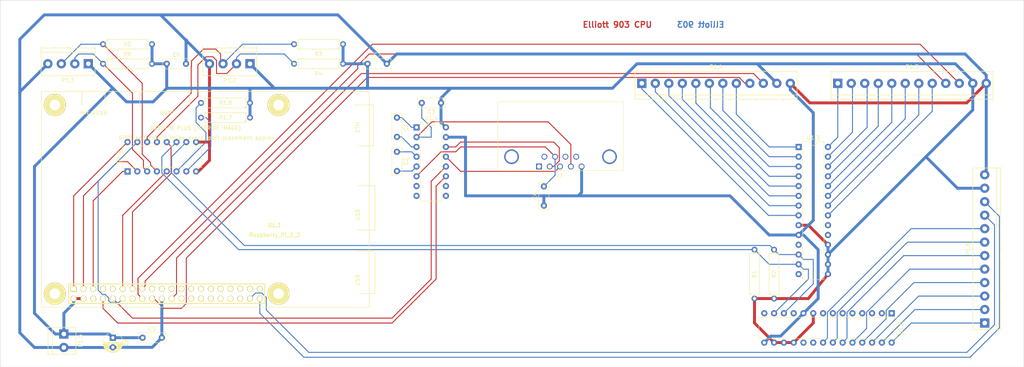
<source format=kicad_pcb>
(kicad_pcb (version 4) (host pcbnew 4.0.5)

  (general
    (links 112)
    (no_connects 0)
    (area 39.319999 22.809999 304.850001 118.160001)
    (thickness 1.6)
    (drawings 8)
    (tracks 371)
    (zones 0)
    (modules 28)
    (nets 100)
  )

  (page A3)
  (layers
    (0 F.Cu signal)
    (31 B.Cu signal)
    (32 B.Adhes user)
    (33 F.Adhes user)
    (34 B.Paste user)
    (35 F.Paste user)
    (36 B.SilkS user)
    (37 F.SilkS user)
    (38 B.Mask user)
    (39 F.Mask user)
    (40 Dwgs.User user)
    (41 Cmts.User user)
    (42 Eco1.User user)
    (43 Eco2.User user)
    (44 Edge.Cuts user)
    (45 Margin user)
    (46 B.CrtYd user)
    (47 F.CrtYd user)
    (48 B.Fab user)
    (49 F.Fab user)
  )

  (setup
    (last_trace_width 0.25)
    (trace_clearance 0.2)
    (zone_clearance 0.508)
    (zone_45_only no)
    (trace_min 0.2)
    (segment_width 0.2)
    (edge_width 0.1)
    (via_size 0.6)
    (via_drill 0.4)
    (via_min_size 0.4)
    (via_min_drill 0.3)
    (uvia_size 0.3)
    (uvia_drill 0.1)
    (uvias_allowed no)
    (uvia_min_size 0.2)
    (uvia_min_drill 0.1)
    (pcb_text_width 0.3)
    (pcb_text_size 1.5 1.5)
    (mod_edge_width 0.15)
    (mod_text_size 1 1)
    (mod_text_width 0.15)
    (pad_size 1.5 1.5)
    (pad_drill 0.6)
    (pad_to_mask_clearance 0)
    (aux_axis_origin 0 0)
    (grid_origin 39.37 118.11)
    (visible_elements 7FFFEFFF)
    (pcbplotparams
      (layerselection 0x01030_80000001)
      (usegerberextensions false)
      (excludeedgelayer true)
      (linewidth 0.100000)
      (plotframeref false)
      (viasonmask false)
      (mode 1)
      (useauxorigin false)
      (hpglpennumber 1)
      (hpglpenspeed 20)
      (hpglpendiameter 15)
      (hpglpenoverlay 2)
      (psnegative false)
      (psa4output false)
      (plotreference true)
      (plotvalue true)
      (plotinvisibletext false)
      (padsonsilk false)
      (subtractmaskfromsilk false)
      (outputformat 1)
      (mirror false)
      (drillshape 0)
      (scaleselection 1)
      (outputdirectory "CPU Board/"))
  )

  (net 0 "")
  (net 1 "Net-(C1-Pad1)")
  (net 2 "Net-(C1-Pad2)")
  (net 3 "Net-(C2-Pad1)")
  (net 4 "Net-(C2-Pad2)")
  (net 5 +5v)
  (net 6 "Net-(C3-Pad2)")
  (net 7 0v)
  (net 8 "Net-(C4-Pad2)")
  (net 9 "Net-(J1-Pad1)")
  (net 10 "Net-(J1-Pad2)")
  (net 11 "Net-(J1-Pad3)")
  (net 12 "Net-(J1-Pad6)")
  (net 13 "Net-(J1-Pad8)")
  (net 14 "Net-(J1-Pad9)")
  (net 15 "Net-(P1.1-Pad3)")
  (net 16 "Net-(P1.1-Pad2)")
  (net 17 "Net-(P1.2-Pad3)")
  (net 18 "Net-(P1.2-Pad2)")
  (net 19 /White)
  (net 20 /Yellow)
  (net 21 /Blue)
  (net 22 /Orange)
  (net 23 /Mauve)
  (net 24 /Grey)
  (net 25 /Red)
  (net 26 /Black)
  (net 27 PunchA)
  (net 28 PunchB)
  (net 29 "Net-(P1.4-Pad3)")
  (net 30 "Net-(P1.4-Pad2)")
  (net 31 "Net-(P1.4-Pad4)")
  (net 32 "Net-(P1.4-Pad5)")
  (net 33 "Net-(P1.4-Pad6)")
  (net 34 "Net-(P1.4-Pad7)")
  (net 35 "Net-(P1.4-Pad1)")
  (net 36 "Net-(P1.4-Pad8)")
  (net 37 ReaderA)
  (net 38 ReaderB)
  (net 39 "Net-(R1.7-Pad2)")
  (net 40 "Net-(R1.8-Pad2)")
  (net 41 +3.3V)
  (net 42 PanelEnable)
  (net 43 IOEnable)
  (net 44 "Net-(U1.1-Pad8)")
  (net 45 "Net-(U1.1-Pad17)")
  (net 46 "Net-(U1.1-Pad10)")
  (net 47 "Net-(U1.1-Pad19)")
  (net 48 DisplayEnable)
  (net 49 "Net-(U1.1-Pad21)")
  (net 50 "Net-(U1.1-Pad23)")
  (net 51 "Net-(U1.1-Pad27)")
  (net 52 "Net-(U1.1-Pad29)")
  (net 53 "Net-(U1.1-Pad31)")
  (net 54 "Net-(U1.1-Pad24)")
  (net 55 "Net-(U1.1-Pad26)")
  (net 56 "Net-(U1.1-Pad33)")
  (net 57 "Net-(U1.1-Pad28)")
  (net 58 "Net-(U1.1-Pad32)")
  (net 59 "Net-(U1.1-Pad36)")
  (net 60 "Net-(U1.1-Pad35)")
  (net 61 "Net-(U1.1-Pad37)")
  (net 62 "Net-(U1.1-Pad3)")
  (net 63 "Net-(U1.1-Pad5)")
  (net 64 "Net-(U1.1-Pad7)")
  (net 65 "Net-(U1.3-Pad19)")
  (net 66 "Net-(U1.3-Pad20)")
  (net 67 "Net-(U1.4-Pad7)")
  (net 68 "Net-(U1.4-Pad8)")
  (net 69 "Net-(U1.4-Pad9)")
  (net 70 "Net-(U1.4-Pad10)")
  (net 71 "Net-(P1.6-Pad3)")
  (net 72 "Net-(P1.6-Pad2)")
  (net 73 "Net-(P1.6-Pad4)")
  (net 74 "Net-(P1.6-Pad5)")
  (net 75 "Net-(P1.6-Pad6)")
  (net 76 "Net-(P1.6-Pad7)")
  (net 77 "Net-(P1.6-Pad1)")
  (net 78 "Net-(P1.6-Pad8)")
  (net 79 PlotterA)
  (net 80 PlotterB)
  (net 81 SDA)
  (net 82 SCL)
  (net 83 "Net-(U1.5-Pad1)")
  (net 84 "Net-(U1.5-Pad2)")
  (net 85 "Net-(U1.5-Pad3)")
  (net 86 "Net-(U1.5-Pad4)")
  (net 87 "Net-(U1.5-Pad5)")
  (net 88 "Net-(U1.5-Pad19)")
  (net 89 "Net-(U1.5-Pad6)")
  (net 90 "Net-(U1.5-Pad20)")
  (net 91 "Net-(U1.5-Pad7)")
  (net 92 "Net-(U1.5-Pad8)")
  (net 93 "Net-(U1.1-Pad6)")
  (net 94 "Net-(U1.1-Pad14)")
  (net 95 "Net-(U1.1-Pad25)")
  (net 96 "Net-(U1.1-Pad34)")
  (net 97 "Net-(U1.1-Pad9)")
  (net 98 "Net-(U1.1-Pad39)")
  (net 99 "Net-(U1.1-Pad30)")

  (net_class Default "This is the default net class."
    (clearance 0.2)
    (trace_width 0.25)
    (via_dia 0.6)
    (via_drill 0.4)
    (uvia_dia 0.3)
    (uvia_drill 0.1)
    (add_net +3.3V)
    (add_net /Black)
    (add_net /Blue)
    (add_net /Grey)
    (add_net /Mauve)
    (add_net /Orange)
    (add_net /Red)
    (add_net /White)
    (add_net /Yellow)
    (add_net DisplayEnable)
    (add_net IOEnable)
    (add_net "Net-(C1-Pad1)")
    (add_net "Net-(C1-Pad2)")
    (add_net "Net-(C2-Pad1)")
    (add_net "Net-(C2-Pad2)")
    (add_net "Net-(C3-Pad2)")
    (add_net "Net-(C4-Pad2)")
    (add_net "Net-(J1-Pad1)")
    (add_net "Net-(J1-Pad2)")
    (add_net "Net-(J1-Pad3)")
    (add_net "Net-(J1-Pad6)")
    (add_net "Net-(J1-Pad8)")
    (add_net "Net-(J1-Pad9)")
    (add_net "Net-(P1.1-Pad2)")
    (add_net "Net-(P1.1-Pad3)")
    (add_net "Net-(P1.2-Pad2)")
    (add_net "Net-(P1.2-Pad3)")
    (add_net "Net-(P1.4-Pad1)")
    (add_net "Net-(P1.4-Pad2)")
    (add_net "Net-(P1.4-Pad3)")
    (add_net "Net-(P1.4-Pad4)")
    (add_net "Net-(P1.4-Pad5)")
    (add_net "Net-(P1.4-Pad6)")
    (add_net "Net-(P1.4-Pad7)")
    (add_net "Net-(P1.4-Pad8)")
    (add_net "Net-(P1.6-Pad1)")
    (add_net "Net-(P1.6-Pad2)")
    (add_net "Net-(P1.6-Pad3)")
    (add_net "Net-(P1.6-Pad4)")
    (add_net "Net-(P1.6-Pad5)")
    (add_net "Net-(P1.6-Pad6)")
    (add_net "Net-(P1.6-Pad7)")
    (add_net "Net-(P1.6-Pad8)")
    (add_net "Net-(R1.7-Pad2)")
    (add_net "Net-(R1.8-Pad2)")
    (add_net "Net-(U1.1-Pad10)")
    (add_net "Net-(U1.1-Pad14)")
    (add_net "Net-(U1.1-Pad17)")
    (add_net "Net-(U1.1-Pad19)")
    (add_net "Net-(U1.1-Pad21)")
    (add_net "Net-(U1.1-Pad23)")
    (add_net "Net-(U1.1-Pad24)")
    (add_net "Net-(U1.1-Pad25)")
    (add_net "Net-(U1.1-Pad26)")
    (add_net "Net-(U1.1-Pad27)")
    (add_net "Net-(U1.1-Pad28)")
    (add_net "Net-(U1.1-Pad29)")
    (add_net "Net-(U1.1-Pad3)")
    (add_net "Net-(U1.1-Pad30)")
    (add_net "Net-(U1.1-Pad31)")
    (add_net "Net-(U1.1-Pad32)")
    (add_net "Net-(U1.1-Pad33)")
    (add_net "Net-(U1.1-Pad34)")
    (add_net "Net-(U1.1-Pad35)")
    (add_net "Net-(U1.1-Pad36)")
    (add_net "Net-(U1.1-Pad37)")
    (add_net "Net-(U1.1-Pad39)")
    (add_net "Net-(U1.1-Pad5)")
    (add_net "Net-(U1.1-Pad6)")
    (add_net "Net-(U1.1-Pad7)")
    (add_net "Net-(U1.1-Pad8)")
    (add_net "Net-(U1.1-Pad9)")
    (add_net "Net-(U1.3-Pad19)")
    (add_net "Net-(U1.3-Pad20)")
    (add_net "Net-(U1.4-Pad10)")
    (add_net "Net-(U1.4-Pad7)")
    (add_net "Net-(U1.4-Pad8)")
    (add_net "Net-(U1.4-Pad9)")
    (add_net "Net-(U1.5-Pad1)")
    (add_net "Net-(U1.5-Pad19)")
    (add_net "Net-(U1.5-Pad2)")
    (add_net "Net-(U1.5-Pad20)")
    (add_net "Net-(U1.5-Pad3)")
    (add_net "Net-(U1.5-Pad4)")
    (add_net "Net-(U1.5-Pad5)")
    (add_net "Net-(U1.5-Pad6)")
    (add_net "Net-(U1.5-Pad7)")
    (add_net "Net-(U1.5-Pad8)")
    (add_net PanelEnable)
    (add_net PlotterA)
    (add_net PlotterB)
    (add_net PunchA)
    (add_net PunchB)
    (add_net ReaderA)
    (add_net ReaderB)
    (add_net SCL)
    (add_net SDA)
  )

  (net_class T ""
    (clearance 0.5)
    (trace_width 0.75)
    (via_dia 1)
    (via_drill 0.4)
    (uvia_dia 0.3)
    (uvia_drill 0.1)
    (add_net +5v)
    (add_net 0v)
  )

  (module Connectors_Terminal_Blocks:TerminalBlock_Pheonix_PT-3.5mm_12pol (layer F.Cu) (tedit 0) (tstamp 592C4206)
    (at 256.54 44.45)
    (descr "12-way 3.5mm pitch terminal block, Phoenix PT series")
    (path /592D2FB3)
    (fp_text reference P1.3 (at 19.25 -4.3) (layer F.SilkS)
      (effects (font (size 1 1) (thickness 0.15)))
    )
    (fp_text value "Tape Punch" (at 19.25 6) (layer F.Fab)
      (effects (font (size 1 1) (thickness 0.15)))
    )
    (fp_line (start -2 -3.3) (end -1.9 -3.3) (layer F.CrtYd) (width 0.05))
    (fp_line (start -2 4.7) (end -2 -3.3) (layer F.CrtYd) (width 0.05))
    (fp_line (start 40.5 4.7) (end -2 4.7) (layer F.CrtYd) (width 0.05))
    (fp_line (start 40.5 -3.3) (end 40.5 4.7) (layer F.CrtYd) (width 0.05))
    (fp_line (start 40.4 -3.3) (end 40.5 -3.3) (layer F.CrtYd) (width 0.05))
    (fp_line (start -1.9 -3.3) (end 40.4 -3.3) (layer F.CrtYd) (width 0.05))
    (fp_line (start 36.75 4.1) (end 36.75 4.5) (layer F.SilkS) (width 0.15))
    (fp_line (start 33.25 4.1) (end 33.25 4.5) (layer F.SilkS) (width 0.15))
    (fp_line (start 26.25 4.1) (end 26.25 4.5) (layer F.SilkS) (width 0.15))
    (fp_line (start 29.75 4.1) (end 29.75 4.5) (layer F.SilkS) (width 0.15))
    (fp_line (start 22.75 4.1) (end 22.75 4.5) (layer F.SilkS) (width 0.15))
    (fp_line (start 8.75 4.1) (end 8.75 4.5) (layer F.SilkS) (width 0.15))
    (fp_line (start 19.25 4.1) (end 19.25 4.5) (layer F.SilkS) (width 0.15))
    (fp_line (start 15.75 4.1) (end 15.75 4.5) (layer F.SilkS) (width 0.15))
    (fp_line (start 1.75 4.1) (end 1.75 4.5) (layer F.SilkS) (width 0.15))
    (fp_line (start 5.25 4.1) (end 5.25 4.5) (layer F.SilkS) (width 0.15))
    (fp_line (start 12.25 4.1) (end 12.25 4.5) (layer F.SilkS) (width 0.15))
    (fp_line (start -1.75 3) (end 40.25 3) (layer F.SilkS) (width 0.15))
    (fp_line (start -1.75 4.1) (end 40.25 4.1) (layer F.SilkS) (width 0.15))
    (fp_line (start -1.75 -3.1) (end -1.75 4.5) (layer F.SilkS) (width 0.15))
    (fp_line (start 40.25 4.5) (end 40.25 -3.1) (layer F.SilkS) (width 0.15))
    (fp_line (start 40.25 -3.1) (end -1.75 -3.1) (layer F.SilkS) (width 0.15))
    (pad 3 thru_hole circle (at 7 0 180) (size 2.4 2.4) (drill 1.2) (layers *.Cu *.Mask)
      (net 19 /White))
    (pad 2 thru_hole circle (at 3.5 0 180) (size 2.4 2.4) (drill 1.2) (layers *.Cu *.Mask)
      (net 20 /Yellow))
    (pad 4 thru_hole circle (at 10.5 0 180) (size 2.4 2.4) (drill 1.2) (layers *.Cu *.Mask)
      (net 21 /Blue))
    (pad 5 thru_hole circle (at 14 0 180) (size 2.4 2.4) (drill 1.2) (layers *.Cu *.Mask)
      (net 22 /Orange))
    (pad 6 thru_hole circle (at 17.5 0 180) (size 2.4 2.4) (drill 1.2) (layers *.Cu *.Mask)
      (net 23 /Mauve))
    (pad 7 thru_hole circle (at 21 0 180) (size 2.4 2.4) (drill 1.2) (layers *.Cu *.Mask)
      (net 24 /Grey))
    (pad 1 thru_hole rect (at 0 0 180) (size 2.4 2.4) (drill 1.2) (layers *.Cu *.Mask)
      (net 25 /Red))
    (pad 8 thru_hole circle (at 24.5 0 180) (size 2.4 2.4) (drill 1.2) (layers *.Cu *.Mask)
      (net 26 /Black))
    (pad 9 thru_hole circle (at 28 0 180) (size 2.4 2.4) (drill 1.2) (layers *.Cu *.Mask)
      (net 27 PunchA))
    (pad 10 thru_hole circle (at 31.5 0 180) (size 2.4 2.4) (drill 1.2) (layers *.Cu *.Mask)
      (net 28 PunchB))
    (pad 11 thru_hole circle (at 35 0 180) (size 2.4 2.4) (drill 1.2) (layers *.Cu *.Mask)
      (net 5 +5v))
    (pad 12 thru_hole circle (at 38.5 0 180) (size 2.4 2.4) (drill 1.2) (layers *.Cu *.Mask)
      (net 7 0v))
    (model Terminal_Blocks.3dshapes/TerminalBlock_Pheonix_PT-3.5mm_12pol.wrl
      (at (xyz 0 0 0))
      (scale (xyz 1 1 1))
      (rotate (xyz 0 0 0))
    )
  )

  (module Elliott:RASPI_BPLUS_MIRRORED (layer F.Cu) (tedit 592D9DF6) (tstamp 592C5079)
    (at 82.55 99.06)
    (descr "Double rangee de contacts 2 x 12 pins")
    (tags CONN)
    (path /592B88FF)
    (fp_text reference U1.1 (at 27.94 -17.78) (layer F.SilkS)
      (effects (font (size 1.016 1.016) (thickness 0.27432)))
    )
    (fp_text value Raspberry_Pi_2_3 (at 27.94 -15.24) (layer F.SilkS)
      (effects (font (size 1.016 1.016) (thickness 0.2032)))
    )
    (fp_text user ETH (at 49.53 -43.18 90) (layer F.SilkS)
      (effects (font (size 1 1) (thickness 0.15)))
    )
    (fp_line (start 48.768 -49.022) (end 53.594 -49.022) (layer F.SilkS) (width 0.15))
    (fp_line (start 53.594 -49.022) (end 53.594 -38.354) (layer F.SilkS) (width 0.15))
    (fp_line (start 53.594 -38.354) (end 49.784 -38.354) (layer F.SilkS) (width 0.15))
    (fp_text user "GPIO and mount holes exact, port placement approx." (at 8 -40.5) (layer F.SilkS)
      (effects (font (size 1 1) (thickness 0.15)))
    )
    (fp_text user "RASPI B PLUS (MIRROR IMAGE)" (at 7.5 -43) (layer F.SilkS)
      (effects (font (size 1 1) (thickness 0.15)))
    )
    (fp_text user microUSB (at -19 -47) (layer F.SilkS)
      (effects (font (size 1 1) (thickness 0.15)))
    )
    (fp_line (start -22 -49.008) (end -22 -52.508) (layer F.SilkS) (width 0.15))
    (fp_line (start -16 -49.008) (end -16 -52.508) (layer F.SilkS) (width 0.15))
    (fp_text user HDMI (at 0 -47) (layer F.SilkS)
      (effects (font (size 1 1) (thickness 0.15)))
    )
    (fp_line (start -7 -48.5) (end -7 -52.5) (layer F.SilkS) (width 0.15))
    (fp_line (start 6 -48.5) (end 6 -52.5) (layer F.SilkS) (width 0.15))
    (fp_text user USB (at 49.5 -3.5 90) (layer F.SilkS)
      (effects (font (size 1 1) (thickness 0.15)))
    )
    (fp_text user USB (at 49.5 -20.5 90) (layer F.SilkS)
      (effects (font (size 1 1) (thickness 0.15)))
    )
    (fp_line (start 49.5 -11.032) (end 54 -11.032) (layer F.SilkS) (width 0.15))
    (fp_line (start 54 -11.032) (end 54 -0.032) (layer F.SilkS) (width 0.15))
    (fp_line (start 54 -0.032) (end 50 -0.032) (layer F.SilkS) (width 0.15))
    (fp_line (start 49.5 -28.032) (end 54 -28.032) (layer F.SilkS) (width 0.15))
    (fp_line (start 54 -28.032) (end 54 -16.532) (layer F.SilkS) (width 0.15))
    (fp_line (start 54 -16.532) (end 49.5 -16.532) (layer F.SilkS) (width 0.15))
    (fp_line (start -32.5 3.5) (end 52.5 3.5) (layer F.SilkS) (width 0.15))
    (fp_line (start 52.5 -52.5) (end 52.5 3.5) (layer F.SilkS) (width 0.15))
    (fp_line (start 52.5 -52.5) (end 32 -52.5) (layer F.SilkS) (width 0.15))
    (fp_line (start -32.5 -52.5) (end -32.5 3.5) (layer F.SilkS) (width 0.15))
    (fp_line (start -32.5 -52.5) (end 32.5 -52.5) (layer F.SilkS) (width 0.15))
    (fp_line (start 25.4 2.54) (end -25.4 2.54) (layer F.SilkS) (width 0.3048))
    (fp_line (start 25.4 -2.54) (end -25.4 -2.54) (layer F.SilkS) (width 0.3048))
    (fp_line (start 25.4 -2.54) (end 25.4 2.54) (layer F.SilkS) (width 0.3048))
    (fp_line (start -25.4 -2.54) (end -25.4 2.54) (layer F.SilkS) (width 0.3048))
    (pad 1 thru_hole rect (at -24.13 -1.27) (size 1.524 1.524) (drill 1.016) (layers *.Cu *.Mask F.SilkS)
      (net 41 +3.3V))
    (pad 2 thru_hole circle (at -24.13 1.27) (size 1.524 1.524) (drill 1.016) (layers *.Cu *.Mask F.SilkS)
      (net 5 +5v))
    (pad 11 thru_hole circle (at -11.43 -1.27) (size 1.524 1.524) (drill 1.016) (layers *.Cu *.Mask F.SilkS)
      (net 42 PanelEnable))
    (pad 4 thru_hole circle (at -21.59 1.27) (size 1.524 1.524) (drill 1.016) (layers *.Cu *.Mask F.SilkS)
      (net 5 +5v))
    (pad 13 thru_hole circle (at -8.89 -1.27) (size 1.524 1.524) (drill 1.016) (layers *.Cu *.Mask F.SilkS)
      (net 43 IOEnable))
    (pad 6 thru_hole circle (at -19.05 1.27) (size 1.524 1.524) (drill 1.016) (layers *.Cu *.Mask F.SilkS)
      (net 93 "Net-(U1.1-Pad6)"))
    (pad 15 thru_hole circle (at -6.35 -1.27) (size 1.524 1.524) (drill 1.016) (layers *.Cu *.Mask F.SilkS)
      (net 27 PunchA))
    (pad 8 thru_hole circle (at -16.51 1.27) (size 1.524 1.524) (drill 1.016) (layers *.Cu *.Mask F.SilkS)
      (net 44 "Net-(U1.1-Pad8)"))
    (pad 17 thru_hole circle (at -3.81 -1.27) (size 1.524 1.524) (drill 1.016) (layers *.Cu *.Mask F.SilkS)
      (net 45 "Net-(U1.1-Pad17)"))
    (pad 10 thru_hole circle (at -13.97 1.27) (size 1.524 1.524) (drill 1.016) (layers *.Cu *.Mask F.SilkS)
      (net 46 "Net-(U1.1-Pad10)"))
    (pad 19 thru_hole circle (at -1.27 -1.27) (size 1.524 1.524) (drill 1.016) (layers *.Cu *.Mask F.SilkS)
      (net 47 "Net-(U1.1-Pad19)"))
    (pad 12 thru_hole circle (at -11.43 1.27) (size 1.524 1.524) (drill 1.016) (layers *.Cu *.Mask F.SilkS)
      (net 48 DisplayEnable))
    (pad 21 thru_hole circle (at 1.27 -1.27) (size 1.524 1.524) (drill 1.016) (layers *.Cu *.Mask F.SilkS)
      (net 49 "Net-(U1.1-Pad21)"))
    (pad 14 thru_hole circle (at -8.89 1.27) (size 1.524 1.524) (drill 1.016) (layers *.Cu *.Mask F.SilkS)
      (net 94 "Net-(U1.1-Pad14)"))
    (pad 23 thru_hole circle (at 3.81 -1.27) (size 1.524 1.524) (drill 1.016) (layers *.Cu *.Mask F.SilkS)
      (net 50 "Net-(U1.1-Pad23)"))
    (pad 16 thru_hole circle (at -6.35 1.27) (size 1.524 1.524) (drill 1.016) (layers *.Cu *.Mask F.SilkS)
      (net 28 PunchB))
    (pad 25 thru_hole circle (at 6.35 -1.27) (size 1.524 1.524) (drill 1.016) (layers *.Cu *.Mask F.SilkS)
      (net 95 "Net-(U1.1-Pad25)"))
    (pad 18 thru_hole circle (at -3.81 1.27) (size 1.524 1.524) (drill 1.016) (layers *.Cu *.Mask F.SilkS)
      (net 37 ReaderA))
    (pad 27 thru_hole circle (at 8.89 -1.27) (size 1.524 1.524) (drill 1.016) (layers *.Cu *.Mask F.SilkS)
      (net 51 "Net-(U1.1-Pad27)"))
    (pad 20 thru_hole circle (at -1.27 1.27) (size 1.524 1.524) (drill 1.016) (layers *.Cu *.Mask F.SilkS)
      (net 7 0v))
    (pad 29 thru_hole circle (at 11.43 -1.27) (size 1.524 1.524) (drill 1.016) (layers *.Cu *.Mask F.SilkS)
      (net 52 "Net-(U1.1-Pad29)"))
    (pad 22 thru_hole circle (at 1.27 1.27) (size 1.524 1.524) (drill 1.016) (layers *.Cu *.Mask F.SilkS)
      (net 38 ReaderB))
    (pad 31 thru_hole circle (at 13.97 -1.27) (size 1.524 1.524) (drill 1.016) (layers *.Cu *.Mask F.SilkS)
      (net 53 "Net-(U1.1-Pad31)"))
    (pad 24 thru_hole circle (at 3.81 1.27) (size 1.524 1.524) (drill 1.016) (layers *.Cu *.Mask F.SilkS)
      (net 54 "Net-(U1.1-Pad24)"))
    (pad 26 thru_hole circle (at 6.35 1.27) (size 1.524 1.524) (drill 1.016) (layers *.Cu *.Mask F.SilkS)
      (net 55 "Net-(U1.1-Pad26)"))
    (pad 33 thru_hole circle (at 16.51 -1.27) (size 1.524 1.524) (drill 1.016) (layers *.Cu *.Mask F.SilkS)
      (net 56 "Net-(U1.1-Pad33)"))
    (pad 28 thru_hole circle (at 8.89 1.27) (size 1.524 1.524) (drill 1.016) (layers *.Cu *.Mask F.SilkS)
      (net 57 "Net-(U1.1-Pad28)"))
    (pad 32 thru_hole circle (at 13.97 1.27) (size 1.524 1.524) (drill 1.016) (layers *.Cu *.Mask F.SilkS)
      (net 58 "Net-(U1.1-Pad32)"))
    (pad 34 thru_hole circle (at 16.51 1.27) (size 1.524 1.524) (drill 1.016) (layers *.Cu *.Mask F.SilkS)
      (net 96 "Net-(U1.1-Pad34)"))
    (pad 36 thru_hole circle (at 19.05 1.27) (size 1.524 1.524) (drill 1.016) (layers *.Cu *.Mask F.SilkS)
      (net 59 "Net-(U1.1-Pad36)"))
    (pad 38 thru_hole circle (at 21.59 1.27) (size 1.524 1.524) (drill 1.016) (layers *.Cu *.Mask F.SilkS)
      (net 79 PlotterA))
    (pad 35 thru_hole circle (at 19.05 -1.27) (size 1.524 1.524) (drill 1.016) (layers *.Cu *.Mask F.SilkS)
      (net 60 "Net-(U1.1-Pad35)"))
    (pad 37 thru_hole circle (at 21.59 -1.27) (size 1.524 1.524) (drill 1.016) (layers *.Cu *.Mask F.SilkS)
      (net 61 "Net-(U1.1-Pad37)"))
    (pad 3 thru_hole circle (at -21.59 -1.27) (size 1.524 1.524) (drill 1.016) (layers *.Cu *.Mask F.SilkS)
      (net 62 "Net-(U1.1-Pad3)"))
    (pad 5 thru_hole circle (at -19.05 -1.27) (size 1.524 1.524) (drill 1.016) (layers *.Cu *.Mask F.SilkS)
      (net 63 "Net-(U1.1-Pad5)"))
    (pad 7 thru_hole circle (at -16.51 -1.27) (size 1.524 1.524) (drill 1.016) (layers *.Cu *.Mask F.SilkS)
      (net 64 "Net-(U1.1-Pad7)"))
    (pad 9 thru_hole circle (at -13.97 -1.27) (size 1.524 1.524) (drill 1.016) (layers *.Cu *.Mask F.SilkS)
      (net 97 "Net-(U1.1-Pad9)"))
    (pad 39 thru_hole circle (at 24.13 -1.27) (size 1.524 1.524) (drill 1.016) (layers *.Cu *.Mask F.SilkS)
      (net 98 "Net-(U1.1-Pad39)"))
    (pad 40 thru_hole circle (at 24.13 1.27) (size 1.524 1.524) (drill 1.016) (layers *.Cu *.Mask F.SilkS)
      (net 80 PlotterB))
    (pad 30 thru_hole circle (at 11.43 1.27) (size 1.524 1.524) (drill 1.016) (layers *.Cu *.Mask F.SilkS)
      (net 99 "Net-(U1.1-Pad30)"))
    (pad H2 thru_hole circle (at -29 0) (size 5.7 5.7) (drill 2.75) (layers *.Cu *.Mask F.SilkS))
    (pad H3 thru_hole circle (at 29 0) (size 5.7 5.7) (drill 2.75) (layers *.Cu *.Mask F.SilkS))
    (pad H4 thru_hole circle (at 29 -49) (size 5.7 5.7) (drill 2.75) (layers *.Cu *.Mask F.SilkS))
    (pad H1 thru_hole circle (at -29 -49) (size 5.7 5.7) (drill 2.75) (layers *.Cu *.Mask F.SilkS))
    (model pin_array/pins_array_20x2.wrl
      (at (xyz 0 0 0))
      (scale (xyz 1 1 1))
      (rotate (xyz 0 0 0))
    )
  )

  (module Housings_DIP:DIP-16_W7.62mm (layer F.Cu) (tedit 58CC8E2D) (tstamp 592C49B6)
    (at 72.39 67.31 90)
    (descr "16-lead dip package, row spacing 7.62 mm (300 mils)")
    (tags "DIL DIP PDIP 2.54mm 7.62mm 300mil")
    (path /592C022B)
    (fp_text reference U1.2 (at 3.81 -2.39 90) (layer F.SilkS)
      (effects (font (size 1 1) (thickness 0.15)))
    )
    (fp_text value PCA9516 (at 3.81 20.17 90) (layer F.Fab)
      (effects (font (size 1 1) (thickness 0.15)))
    )
    (fp_text user %R (at 3.81 8.89 90) (layer F.Fab)
      (effects (font (size 1 1) (thickness 0.15)))
    )
    (fp_line (start 1.635 -1.27) (end 6.985 -1.27) (layer F.Fab) (width 0.1))
    (fp_line (start 6.985 -1.27) (end 6.985 19.05) (layer F.Fab) (width 0.1))
    (fp_line (start 6.985 19.05) (end 0.635 19.05) (layer F.Fab) (width 0.1))
    (fp_line (start 0.635 19.05) (end 0.635 -0.27) (layer F.Fab) (width 0.1))
    (fp_line (start 0.635 -0.27) (end 1.635 -1.27) (layer F.Fab) (width 0.1))
    (fp_line (start 2.81 -1.39) (end 1.04 -1.39) (layer F.SilkS) (width 0.12))
    (fp_line (start 1.04 -1.39) (end 1.04 19.17) (layer F.SilkS) (width 0.12))
    (fp_line (start 1.04 19.17) (end 6.58 19.17) (layer F.SilkS) (width 0.12))
    (fp_line (start 6.58 19.17) (end 6.58 -1.39) (layer F.SilkS) (width 0.12))
    (fp_line (start 6.58 -1.39) (end 4.81 -1.39) (layer F.SilkS) (width 0.12))
    (fp_line (start -1.1 -1.6) (end -1.1 19.3) (layer F.CrtYd) (width 0.05))
    (fp_line (start -1.1 19.3) (end 8.7 19.3) (layer F.CrtYd) (width 0.05))
    (fp_line (start 8.7 19.3) (end 8.7 -1.6) (layer F.CrtYd) (width 0.05))
    (fp_line (start 8.7 -1.6) (end -1.1 -1.6) (layer F.CrtYd) (width 0.05))
    (fp_arc (start 3.81 -1.39) (end 2.81 -1.39) (angle -180) (layer F.SilkS) (width 0.12))
    (pad 1 thru_hole rect (at 0 0 90) (size 1.6 1.6) (drill 0.8) (layers *.Cu *.Mask)
      (net 63 "Net-(U1.1-Pad5)"))
    (pad 9 thru_hole oval (at 7.62 17.78 90) (size 1.6 1.6) (drill 0.8) (layers *.Cu *.Mask)
      (net 7 0v))
    (pad 2 thru_hole oval (at 0 2.54 90) (size 1.6 1.6) (drill 0.8) (layers *.Cu *.Mask)
      (net 62 "Net-(U1.1-Pad3)"))
    (pad 10 thru_hole oval (at 7.62 15.24 90) (size 1.6 1.6) (drill 0.8) (layers *.Cu *.Mask)
      (net 82 SCL))
    (pad 3 thru_hole oval (at 0 5.08 90) (size 1.6 1.6) (drill 0.8) (layers *.Cu *.Mask)
      (net 16 "Net-(P1.1-Pad2)"))
    (pad 11 thru_hole oval (at 7.62 12.7 90) (size 1.6 1.6) (drill 0.8) (layers *.Cu *.Mask)
      (net 81 SDA))
    (pad 4 thru_hole oval (at 0 7.62 90) (size 1.6 1.6) (drill 0.8) (layers *.Cu *.Mask)
      (net 15 "Net-(P1.1-Pad3)"))
    (pad 12 thru_hole oval (at 7.62 10.16 90) (size 1.6 1.6) (drill 0.8) (layers *.Cu *.Mask)
      (net 43 IOEnable))
    (pad 5 thru_hole oval (at 0 10.16 90) (size 1.6 1.6) (drill 0.8) (layers *.Cu *.Mask)
      (net 42 PanelEnable))
    (pad 13 thru_hole oval (at 7.62 7.62 90) (size 1.6 1.6) (drill 0.8) (layers *.Cu *.Mask)
      (net 18 "Net-(P1.2-Pad2)"))
    (pad 6 thru_hole oval (at 0 12.7 90) (size 1.6 1.6) (drill 0.8) (layers *.Cu *.Mask)
      (net 40 "Net-(R1.8-Pad2)"))
    (pad 14 thru_hole oval (at 7.62 5.08 90) (size 1.6 1.6) (drill 0.8) (layers *.Cu *.Mask)
      (net 17 "Net-(P1.2-Pad3)"))
    (pad 7 thru_hole oval (at 0 15.24 90) (size 1.6 1.6) (drill 0.8) (layers *.Cu *.Mask)
      (net 39 "Net-(R1.7-Pad2)"))
    (pad 15 thru_hole oval (at 7.62 2.54 90) (size 1.6 1.6) (drill 0.8) (layers *.Cu *.Mask)
      (net 48 DisplayEnable))
    (pad 8 thru_hole oval (at 0 17.78 90) (size 1.6 1.6) (drill 0.8) (layers *.Cu *.Mask)
      (net 7 0v))
    (pad 16 thru_hole oval (at 7.62 0 90) (size 1.6 1.6) (drill 0.8) (layers *.Cu *.Mask)
      (net 41 +3.3V))
    (model ${KISYS3DMOD}/Housings_DIP.3dshapes/DIP-16_W7.62mm.wrl
      (at (xyz 0 0 0))
      (scale (xyz 1 1 1))
      (rotate (xyz 0 0 0))
    )
  )

  (module Connectors:DB9FC (layer F.Cu) (tedit 587FDE78) (tstamp 592C41B8)
    (at 179.07 66.04)
    (descr "Connecteur DB9 femelle couche")
    (tags "CONN DB9")
    (path /592D6288)
    (fp_text reference J1 (at 5.46 2.28) (layer F.SilkS)
      (effects (font (size 1 1) (thickness 0.15)))
    )
    (fp_text value DB9 (at 6.73 -5.08) (layer F.Fab)
      (effects (font (size 1 1) (thickness 0.15)))
    )
    (fp_line (start -10.74 -16.82) (end -10.69 1.08) (layer F.SilkS) (width 0.12))
    (fp_line (start -10.69 1.08) (end 21.91 1.08) (layer F.SilkS) (width 0.12))
    (fp_line (start 21.91 1.08) (end 21.91 -16.82) (layer F.SilkS) (width 0.12))
    (fp_line (start 21.91 -16.82) (end -10.74 -16.82) (layer F.SilkS) (width 0.12))
    (fp_line (start -10.67 1.02) (end 21.84 1.02) (layer F.Fab) (width 0.1))
    (fp_line (start 21.84 1.02) (end 21.84 -16.76) (layer F.Fab) (width 0.1))
    (fp_line (start 21.84 -16.76) (end -10.67 -16.76) (layer F.Fab) (width 0.1))
    (fp_line (start -10.67 -16.76) (end -10.67 1.02) (layer F.Fab) (width 0.1))
    (fp_line (start -3.56 -16.76) (end -3.56 -9.14) (layer F.Fab) (width 0.1))
    (fp_line (start -3.56 -9.14) (end 14.73 -9.14) (layer F.Fab) (width 0.1))
    (fp_line (start 14.73 -9.14) (end 14.73 -16.76) (layer F.Fab) (width 0.1))
    (fp_line (start -2.03 -16.76) (end -2.03 -25.4) (layer F.Fab) (width 0.1))
    (fp_line (start -2.03 -25.4) (end 13.21 -25.4) (layer F.Fab) (width 0.1))
    (fp_line (start 13.21 -25.4) (end 13.21 -16.76) (layer F.Fab) (width 0.1))
    (fp_line (start -10.92 -25.65) (end 22.09 -25.65) (layer F.CrtYd) (width 0.05))
    (fp_line (start -10.92 -25.65) (end -10.92 1.27) (layer F.CrtYd) (width 0.05))
    (fp_line (start 22.09 1.27) (end 22.09 -25.65) (layer F.CrtYd) (width 0.05))
    (fp_line (start 22.09 1.27) (end -10.92 1.27) (layer F.CrtYd) (width 0.05))
    (pad "" thru_hole circle (at 18.29 -2.54) (size 3.81 3.81) (drill 3.05) (layers *.Cu *.Mask))
    (pad "" thru_hole circle (at -7.11 -2.54) (size 3.81 3.81) (drill 3.05) (layers *.Cu *.Mask))
    (pad 1 thru_hole rect (at 0 0) (size 1.52 1.52) (drill 1.02) (layers *.Cu *.Mask)
      (net 9 "Net-(J1-Pad1)"))
    (pad 2 thru_hole circle (at 2.79 0) (size 1.52 1.52) (drill 1.02) (layers *.Cu *.Mask)
      (net 10 "Net-(J1-Pad2)"))
    (pad 3 thru_hole circle (at 5.46 0) (size 1.52 1.52) (drill 1.02) (layers *.Cu *.Mask)
      (net 11 "Net-(J1-Pad3)"))
    (pad 4 thru_hole circle (at 8.26 0) (size 1.52 1.52) (drill 1.02) (layers *.Cu *.Mask)
      (net 6 "Net-(C3-Pad2)"))
    (pad 5 thru_hole circle (at 11.05 0) (size 1.52 1.52) (drill 1.02) (layers *.Cu *.Mask)
      (net 7 0v))
    (pad 6 thru_hole circle (at 1.4 -2.54) (size 1.52 1.52) (drill 1.02) (layers *.Cu *.Mask)
      (net 12 "Net-(J1-Pad6)"))
    (pad 7 thru_hole circle (at 4.19 -2.54) (size 1.52 1.52) (drill 1.02) (layers *.Cu *.Mask)
      (net 8 "Net-(C4-Pad2)"))
    (pad 8 thru_hole circle (at 6.86 -2.54) (size 1.52 1.52) (drill 1.02) (layers *.Cu *.Mask)
      (net 13 "Net-(J1-Pad8)"))
    (pad 9 thru_hole circle (at 9.65 -2.54) (size 1.52 1.52) (drill 1.02) (layers *.Cu *.Mask)
      (net 14 "Net-(J1-Pad9)"))
    (model Connectors.3dshapes/DB9FC.wrl
      (at (xyz 0.2086614173228347 0.05314960629921261 0))
      (scale (xyz 1 1 1))
      (rotate (xyz 0 0 0))
    )
  )

  (module Connectors_Terminal_Blocks:TerminalBlock_Pheonix_PT-3.5mm_4pol (layer F.Cu) (tedit 56301633) (tstamp 592C41CC)
    (at 62.23 39.37 180)
    (descr "4-way 3.5mm pitch terminal block, Phoenix PT series")
    (path /592C07D7)
    (fp_text reference P1.1 (at 5.25 -4.3 180) (layer F.SilkS)
      (effects (font (size 1 1) (thickness 0.15)))
    )
    (fp_text value "Control Panel" (at 5.25 6 180) (layer F.Fab)
      (effects (font (size 1 1) (thickness 0.15)))
    )
    (fp_line (start -1.9 -3.3) (end 12.4 -3.3) (layer F.CrtYd) (width 0.05))
    (fp_line (start -1.9 4.7) (end -1.9 -3.3) (layer F.CrtYd) (width 0.05))
    (fp_line (start 12.4 4.7) (end -1.9 4.7) (layer F.CrtYd) (width 0.05))
    (fp_line (start 12.4 -3.3) (end 12.4 4.7) (layer F.CrtYd) (width 0.05))
    (fp_line (start 1.75 4.1) (end 1.75 4.5) (layer F.SilkS) (width 0.15))
    (fp_line (start 5.25 4.1) (end 5.25 4.5) (layer F.SilkS) (width 0.15))
    (fp_line (start 8.75 4.1) (end 8.75 4.5) (layer F.SilkS) (width 0.15))
    (fp_line (start -1.75 3) (end 12.25 3) (layer F.SilkS) (width 0.15))
    (fp_line (start -1.75 4.1) (end 12.25 4.1) (layer F.SilkS) (width 0.15))
    (fp_line (start -1.75 -3.1) (end -1.75 4.5) (layer F.SilkS) (width 0.15))
    (fp_line (start 12.25 4.5) (end 12.25 -3.1) (layer F.SilkS) (width 0.15))
    (fp_line (start 12.25 -3.1) (end -1.75 -3.1) (layer F.SilkS) (width 0.15))
    (pad 3 thru_hole circle (at 7 0 180) (size 2.4 2.4) (drill 1.2) (layers *.Cu *.Mask)
      (net 15 "Net-(P1.1-Pad3)"))
    (pad 4 thru_hole circle (at 10.5 0 180) (size 2.4 2.4) (drill 1.2) (layers *.Cu *.Mask)
      (net 7 0v))
    (pad 2 thru_hole circle (at 3.5 0 180) (size 2.4 2.4) (drill 1.2) (layers *.Cu *.Mask)
      (net 16 "Net-(P1.1-Pad2)"))
    (pad 1 thru_hole rect (at 0 0 180) (size 2.4 2.4) (drill 1.2) (layers *.Cu *.Mask)
      (net 5 +5v))
    (model Terminal_Blocks.3dshapes/TerminalBlock_Pheonix_PT-3.5mm_4pol.wrl
      (at (xyz 0 0 0))
      (scale (xyz 1 1 1))
      (rotate (xyz 0 0 0))
    )
  )

  (module Connectors_Terminal_Blocks:TerminalBlock_Pheonix_PT-3.5mm_4pol (layer F.Cu) (tedit 56301633) (tstamp 592C41E0)
    (at 104.14 39.37 180)
    (descr "4-way 3.5mm pitch terminal block, Phoenix PT series")
    (path /592C293D)
    (fp_text reference P1.2 (at 5.25 -4.3 180) (layer F.SilkS)
      (effects (font (size 1 1) (thickness 0.15)))
    )
    (fp_text value "Display Unit" (at 5.25 6 180) (layer F.Fab)
      (effects (font (size 1 1) (thickness 0.15)))
    )
    (fp_line (start -1.9 -3.3) (end 12.4 -3.3) (layer F.CrtYd) (width 0.05))
    (fp_line (start -1.9 4.7) (end -1.9 -3.3) (layer F.CrtYd) (width 0.05))
    (fp_line (start 12.4 4.7) (end -1.9 4.7) (layer F.CrtYd) (width 0.05))
    (fp_line (start 12.4 -3.3) (end 12.4 4.7) (layer F.CrtYd) (width 0.05))
    (fp_line (start 1.75 4.1) (end 1.75 4.5) (layer F.SilkS) (width 0.15))
    (fp_line (start 5.25 4.1) (end 5.25 4.5) (layer F.SilkS) (width 0.15))
    (fp_line (start 8.75 4.1) (end 8.75 4.5) (layer F.SilkS) (width 0.15))
    (fp_line (start -1.75 3) (end 12.25 3) (layer F.SilkS) (width 0.15))
    (fp_line (start -1.75 4.1) (end 12.25 4.1) (layer F.SilkS) (width 0.15))
    (fp_line (start -1.75 -3.1) (end -1.75 4.5) (layer F.SilkS) (width 0.15))
    (fp_line (start 12.25 4.5) (end 12.25 -3.1) (layer F.SilkS) (width 0.15))
    (fp_line (start 12.25 -3.1) (end -1.75 -3.1) (layer F.SilkS) (width 0.15))
    (pad 3 thru_hole circle (at 7 0 180) (size 2.4 2.4) (drill 1.2) (layers *.Cu *.Mask)
      (net 17 "Net-(P1.2-Pad3)"))
    (pad 4 thru_hole circle (at 10.5 0 180) (size 2.4 2.4) (drill 1.2) (layers *.Cu *.Mask)
      (net 7 0v))
    (pad 2 thru_hole circle (at 3.5 0 180) (size 2.4 2.4) (drill 1.2) (layers *.Cu *.Mask)
      (net 18 "Net-(P1.2-Pad2)"))
    (pad 1 thru_hole rect (at 0 0 180) (size 2.4 2.4) (drill 1.2) (layers *.Cu *.Mask)
      (net 5 +5v))
    (model Terminal_Blocks.3dshapes/TerminalBlock_Pheonix_PT-3.5mm_4pol.wrl
      (at (xyz 0 0 0))
      (scale (xyz 1 1 1))
      (rotate (xyz 0 0 0))
    )
  )

  (module Connectors_Terminal_Blocks:TerminalBlock_Pheonix_PT-3.5mm_12pol (layer F.Cu) (tedit 0) (tstamp 592C422C)
    (at 205.74 44.45)
    (descr "12-way 3.5mm pitch terminal block, Phoenix PT series")
    (path /592DA90C)
    (fp_text reference P1.4 (at 19.25 -4.3) (layer F.SilkS)
      (effects (font (size 1 1) (thickness 0.15)))
    )
    (fp_text value "Tape Reader" (at 19.25 6) (layer F.Fab)
      (effects (font (size 1 1) (thickness 0.15)))
    )
    (fp_line (start -2 -3.3) (end -1.9 -3.3) (layer F.CrtYd) (width 0.05))
    (fp_line (start -2 4.7) (end -2 -3.3) (layer F.CrtYd) (width 0.05))
    (fp_line (start 40.5 4.7) (end -2 4.7) (layer F.CrtYd) (width 0.05))
    (fp_line (start 40.5 -3.3) (end 40.5 4.7) (layer F.CrtYd) (width 0.05))
    (fp_line (start 40.4 -3.3) (end 40.5 -3.3) (layer F.CrtYd) (width 0.05))
    (fp_line (start -1.9 -3.3) (end 40.4 -3.3) (layer F.CrtYd) (width 0.05))
    (fp_line (start 36.75 4.1) (end 36.75 4.5) (layer F.SilkS) (width 0.15))
    (fp_line (start 33.25 4.1) (end 33.25 4.5) (layer F.SilkS) (width 0.15))
    (fp_line (start 26.25 4.1) (end 26.25 4.5) (layer F.SilkS) (width 0.15))
    (fp_line (start 29.75 4.1) (end 29.75 4.5) (layer F.SilkS) (width 0.15))
    (fp_line (start 22.75 4.1) (end 22.75 4.5) (layer F.SilkS) (width 0.15))
    (fp_line (start 8.75 4.1) (end 8.75 4.5) (layer F.SilkS) (width 0.15))
    (fp_line (start 19.25 4.1) (end 19.25 4.5) (layer F.SilkS) (width 0.15))
    (fp_line (start 15.75 4.1) (end 15.75 4.5) (layer F.SilkS) (width 0.15))
    (fp_line (start 1.75 4.1) (end 1.75 4.5) (layer F.SilkS) (width 0.15))
    (fp_line (start 5.25 4.1) (end 5.25 4.5) (layer F.SilkS) (width 0.15))
    (fp_line (start 12.25 4.1) (end 12.25 4.5) (layer F.SilkS) (width 0.15))
    (fp_line (start -1.75 3) (end 40.25 3) (layer F.SilkS) (width 0.15))
    (fp_line (start -1.75 4.1) (end 40.25 4.1) (layer F.SilkS) (width 0.15))
    (fp_line (start -1.75 -3.1) (end -1.75 4.5) (layer F.SilkS) (width 0.15))
    (fp_line (start 40.25 4.5) (end 40.25 -3.1) (layer F.SilkS) (width 0.15))
    (fp_line (start 40.25 -3.1) (end -1.75 -3.1) (layer F.SilkS) (width 0.15))
    (pad 3 thru_hole circle (at 7 0 180) (size 2.4 2.4) (drill 1.2) (layers *.Cu *.Mask)
      (net 29 "Net-(P1.4-Pad3)"))
    (pad 2 thru_hole circle (at 3.5 0 180) (size 2.4 2.4) (drill 1.2) (layers *.Cu *.Mask)
      (net 30 "Net-(P1.4-Pad2)"))
    (pad 4 thru_hole circle (at 10.5 0 180) (size 2.4 2.4) (drill 1.2) (layers *.Cu *.Mask)
      (net 31 "Net-(P1.4-Pad4)"))
    (pad 5 thru_hole circle (at 14 0 180) (size 2.4 2.4) (drill 1.2) (layers *.Cu *.Mask)
      (net 32 "Net-(P1.4-Pad5)"))
    (pad 6 thru_hole circle (at 17.5 0 180) (size 2.4 2.4) (drill 1.2) (layers *.Cu *.Mask)
      (net 33 "Net-(P1.4-Pad6)"))
    (pad 7 thru_hole circle (at 21 0 180) (size 2.4 2.4) (drill 1.2) (layers *.Cu *.Mask)
      (net 34 "Net-(P1.4-Pad7)"))
    (pad 1 thru_hole rect (at 0 0 180) (size 2.4 2.4) (drill 1.2) (layers *.Cu *.Mask)
      (net 35 "Net-(P1.4-Pad1)"))
    (pad 8 thru_hole circle (at 24.5 0 180) (size 2.4 2.4) (drill 1.2) (layers *.Cu *.Mask)
      (net 36 "Net-(P1.4-Pad8)"))
    (pad 9 thru_hole circle (at 28 0 180) (size 2.4 2.4) (drill 1.2) (layers *.Cu *.Mask)
      (net 37 ReaderA))
    (pad 10 thru_hole circle (at 31.5 0 180) (size 2.4 2.4) (drill 1.2) (layers *.Cu *.Mask)
      (net 38 ReaderB))
    (pad 11 thru_hole circle (at 35 0 180) (size 2.4 2.4) (drill 1.2) (layers *.Cu *.Mask)
      (net 5 +5v))
    (pad 12 thru_hole circle (at 38.5 0 180) (size 2.4 2.4) (drill 1.2) (layers *.Cu *.Mask)
      (net 7 0v))
    (model Terminal_Blocks.3dshapes/TerminalBlock_Pheonix_PT-3.5mm_12pol.wrl
      (at (xyz 0 0 0))
      (scale (xyz 1 1 1))
      (rotate (xyz 0 0 0))
    )
  )

  (module Discret:R5 (layer F.Cu) (tedit 0) (tstamp 592C4239)
    (at 234.95 93.98 90)
    (descr "Resistance 5 pas")
    (tags R)
    (path /592B9F03)
    (fp_text reference R1 (at 0 0 90) (layer F.SilkS)
      (effects (font (size 1 1) (thickness 0.15)))
    )
    (fp_text value 10k (at 0 2.54 90) (layer F.Fab)
      (effects (font (size 1 1) (thickness 0.15)))
    )
    (fp_line (start -6.35 0) (end -5.334 0) (layer F.SilkS) (width 0.15))
    (fp_line (start 6.35 0) (end 5.334 0) (layer F.SilkS) (width 0.15))
    (fp_line (start 5.334 -1.27) (end 5.334 1.27) (layer F.SilkS) (width 0.15))
    (fp_line (start 5.334 1.27) (end -5.334 1.27) (layer F.SilkS) (width 0.15))
    (fp_line (start -5.334 1.27) (end -5.334 -1.27) (layer F.SilkS) (width 0.15))
    (fp_line (start -5.334 -1.27) (end 5.334 -1.27) (layer F.SilkS) (width 0.15))
    (fp_line (start -5.334 -0.762) (end -4.826 -1.27) (layer F.SilkS) (width 0.15))
    (pad 1 thru_hole circle (at -6.35 0 90) (size 1.524 1.524) (drill 0.8128) (layers *.Cu *.Mask)
      (net 5 +5v))
    (pad 2 thru_hole circle (at 6.35 0 90) (size 1.524 1.524) (drill 0.8128) (layers *.Cu *.Mask)
      (net 81 SDA))
    (model Discret.3dshapes/R5.wrl
      (at (xyz 0 0 0))
      (scale (xyz 0.5 0.5 0.5))
      (rotate (xyz 0 0 0))
    )
  )

  (module Discret:R5 (layer F.Cu) (tedit 0) (tstamp 592C4246)
    (at 97.79 53.34 180)
    (descr "Resistance 5 pas")
    (tags R)
    (path /592C838C)
    (fp_text reference R1.7 (at 0 0 180) (layer F.SilkS)
      (effects (font (size 1 1) (thickness 0.15)))
    )
    (fp_text value 10k (at 0 -2.54 180) (layer F.Fab)
      (effects (font (size 1 1) (thickness 0.15)))
    )
    (fp_line (start -6.35 0) (end -5.334 0) (layer F.SilkS) (width 0.15))
    (fp_line (start 6.35 0) (end 5.334 0) (layer F.SilkS) (width 0.15))
    (fp_line (start 5.334 -1.27) (end 5.334 1.27) (layer F.SilkS) (width 0.15))
    (fp_line (start 5.334 1.27) (end -5.334 1.27) (layer F.SilkS) (width 0.15))
    (fp_line (start -5.334 1.27) (end -5.334 -1.27) (layer F.SilkS) (width 0.15))
    (fp_line (start -5.334 -1.27) (end 5.334 -1.27) (layer F.SilkS) (width 0.15))
    (fp_line (start -5.334 -0.762) (end -4.826 -1.27) (layer F.SilkS) (width 0.15))
    (pad 1 thru_hole circle (at -6.35 0 180) (size 1.524 1.524) (drill 0.8128) (layers *.Cu *.Mask)
      (net 5 +5v))
    (pad 2 thru_hole circle (at 6.35 0 180) (size 1.524 1.524) (drill 0.8128) (layers *.Cu *.Mask)
      (net 39 "Net-(R1.7-Pad2)"))
    (model Discret.3dshapes/R5.wrl
      (at (xyz 0 0 0))
      (scale (xyz 0.5 0.5 0.5))
      (rotate (xyz 0 0 0))
    )
  )

  (module Discret:R5 (layer F.Cu) (tedit 0) (tstamp 592C4253)
    (at 97.79 49.53 180)
    (descr "Resistance 5 pas")
    (tags R)
    (path /592C8315)
    (fp_text reference R1.8 (at 0 0 180) (layer F.SilkS)
      (effects (font (size 1 1) (thickness 0.15)))
    )
    (fp_text value 10k (at 0 -2.54 180) (layer F.Fab)
      (effects (font (size 1 1) (thickness 0.15)))
    )
    (fp_line (start -6.35 0) (end -5.334 0) (layer F.SilkS) (width 0.15))
    (fp_line (start 6.35 0) (end 5.334 0) (layer F.SilkS) (width 0.15))
    (fp_line (start 5.334 -1.27) (end 5.334 1.27) (layer F.SilkS) (width 0.15))
    (fp_line (start 5.334 1.27) (end -5.334 1.27) (layer F.SilkS) (width 0.15))
    (fp_line (start -5.334 1.27) (end -5.334 -1.27) (layer F.SilkS) (width 0.15))
    (fp_line (start -5.334 -1.27) (end 5.334 -1.27) (layer F.SilkS) (width 0.15))
    (fp_line (start -5.334 -0.762) (end -4.826 -1.27) (layer F.SilkS) (width 0.15))
    (pad 1 thru_hole circle (at -6.35 0 180) (size 1.524 1.524) (drill 0.8128) (layers *.Cu *.Mask)
      (net 5 +5v))
    (pad 2 thru_hole circle (at 6.35 0 180) (size 1.524 1.524) (drill 0.8128) (layers *.Cu *.Mask)
      (net 40 "Net-(R1.8-Pad2)"))
    (model Discret.3dshapes/R5.wrl
      (at (xyz 0 0 0))
      (scale (xyz 0.5 0.5 0.5))
      (rotate (xyz 0 0 0))
    )
  )

  (module Discret:R5 (layer F.Cu) (tedit 0) (tstamp 592C4260)
    (at 240.03 93.98 90)
    (descr "Resistance 5 pas")
    (tags R)
    (path /592BA064)
    (fp_text reference R2 (at 0 0 90) (layer F.SilkS)
      (effects (font (size 1 1) (thickness 0.15)))
    )
    (fp_text value 10k (at 0 2.54 90) (layer F.Fab)
      (effects (font (size 1 1) (thickness 0.15)))
    )
    (fp_line (start -6.35 0) (end -5.334 0) (layer F.SilkS) (width 0.15))
    (fp_line (start 6.35 0) (end 5.334 0) (layer F.SilkS) (width 0.15))
    (fp_line (start 5.334 -1.27) (end 5.334 1.27) (layer F.SilkS) (width 0.15))
    (fp_line (start 5.334 1.27) (end -5.334 1.27) (layer F.SilkS) (width 0.15))
    (fp_line (start -5.334 1.27) (end -5.334 -1.27) (layer F.SilkS) (width 0.15))
    (fp_line (start -5.334 -1.27) (end 5.334 -1.27) (layer F.SilkS) (width 0.15))
    (fp_line (start -5.334 -0.762) (end -4.826 -1.27) (layer F.SilkS) (width 0.15))
    (pad 1 thru_hole circle (at -6.35 0 90) (size 1.524 1.524) (drill 0.8128) (layers *.Cu *.Mask)
      (net 5 +5v))
    (pad 2 thru_hole circle (at 6.35 0 90) (size 1.524 1.524) (drill 0.8128) (layers *.Cu *.Mask)
      (net 82 SCL))
    (model Discret.3dshapes/R5.wrl
      (at (xyz 0 0 0))
      (scale (xyz 0.5 0.5 0.5))
      (rotate (xyz 0 0 0))
    )
  )

  (module Discret:R5 (layer F.Cu) (tedit 592D9F0B) (tstamp 592C426D)
    (at 121.92 34.29 180)
    (descr "Resistance 5 pas")
    (tags R)
    (path /592C59D9)
    (fp_text reference R3 (at 0 -2.54 180) (layer F.SilkS)
      (effects (font (size 1 1) (thickness 0.15)))
    )
    (fp_text value 10k (at 0 0 180) (layer F.Fab)
      (effects (font (size 1 1) (thickness 0.15)))
    )
    (fp_line (start -6.35 0) (end -5.334 0) (layer F.SilkS) (width 0.15))
    (fp_line (start 6.35 0) (end 5.334 0) (layer F.SilkS) (width 0.15))
    (fp_line (start 5.334 -1.27) (end 5.334 1.27) (layer F.SilkS) (width 0.15))
    (fp_line (start 5.334 1.27) (end -5.334 1.27) (layer F.SilkS) (width 0.15))
    (fp_line (start -5.334 1.27) (end -5.334 -1.27) (layer F.SilkS) (width 0.15))
    (fp_line (start -5.334 -1.27) (end 5.334 -1.27) (layer F.SilkS) (width 0.15))
    (fp_line (start -5.334 -0.762) (end -4.826 -1.27) (layer F.SilkS) (width 0.15))
    (pad 1 thru_hole circle (at -6.35 0 180) (size 1.524 1.524) (drill 0.8128) (layers *.Cu *.Mask)
      (net 5 +5v))
    (pad 2 thru_hole circle (at 6.35 0 180) (size 1.524 1.524) (drill 0.8128) (layers *.Cu *.Mask)
      (net 17 "Net-(P1.2-Pad3)"))
    (model Discret.3dshapes/R5.wrl
      (at (xyz 0 0 0))
      (scale (xyz 0.5 0.5 0.5))
      (rotate (xyz 0 0 0))
    )
  )

  (module Discret:R5 (layer F.Cu) (tedit 592D9F07) (tstamp 592C427A)
    (at 121.92 39.37 180)
    (descr "Resistance 5 pas")
    (tags R)
    (path /592C5AC5)
    (fp_text reference R4 (at 0 -2.54 180) (layer F.SilkS)
      (effects (font (size 1 1) (thickness 0.15)))
    )
    (fp_text value 10k (at 0 0 180) (layer F.Fab)
      (effects (font (size 1 1) (thickness 0.15)))
    )
    (fp_line (start -6.35 0) (end -5.334 0) (layer F.SilkS) (width 0.15))
    (fp_line (start 6.35 0) (end 5.334 0) (layer F.SilkS) (width 0.15))
    (fp_line (start 5.334 -1.27) (end 5.334 1.27) (layer F.SilkS) (width 0.15))
    (fp_line (start 5.334 1.27) (end -5.334 1.27) (layer F.SilkS) (width 0.15))
    (fp_line (start -5.334 1.27) (end -5.334 -1.27) (layer F.SilkS) (width 0.15))
    (fp_line (start -5.334 -1.27) (end 5.334 -1.27) (layer F.SilkS) (width 0.15))
    (fp_line (start -5.334 -0.762) (end -4.826 -1.27) (layer F.SilkS) (width 0.15))
    (pad 1 thru_hole circle (at -6.35 0 180) (size 1.524 1.524) (drill 0.8128) (layers *.Cu *.Mask)
      (net 5 +5v))
    (pad 2 thru_hole circle (at 6.35 0 180) (size 1.524 1.524) (drill 0.8128) (layers *.Cu *.Mask)
      (net 18 "Net-(P1.2-Pad2)"))
    (model Discret.3dshapes/R5.wrl
      (at (xyz 0 0 0))
      (scale (xyz 0.5 0.5 0.5))
      (rotate (xyz 0 0 0))
    )
  )

  (module Discret:R5 (layer F.Cu) (tedit 0) (tstamp 592C4287)
    (at 72.39 34.29)
    (descr "Resistance 5 pas")
    (tags R)
    (path /592C6BCE)
    (fp_text reference R5 (at 0 0) (layer F.SilkS)
      (effects (font (size 1 1) (thickness 0.15)))
    )
    (fp_text value 10k (at 0 0) (layer F.Fab)
      (effects (font (size 1 1) (thickness 0.15)))
    )
    (fp_line (start -6.35 0) (end -5.334 0) (layer F.SilkS) (width 0.15))
    (fp_line (start 6.35 0) (end 5.334 0) (layer F.SilkS) (width 0.15))
    (fp_line (start 5.334 -1.27) (end 5.334 1.27) (layer F.SilkS) (width 0.15))
    (fp_line (start 5.334 1.27) (end -5.334 1.27) (layer F.SilkS) (width 0.15))
    (fp_line (start -5.334 1.27) (end -5.334 -1.27) (layer F.SilkS) (width 0.15))
    (fp_line (start -5.334 -1.27) (end 5.334 -1.27) (layer F.SilkS) (width 0.15))
    (fp_line (start -5.334 -0.762) (end -4.826 -1.27) (layer F.SilkS) (width 0.15))
    (pad 1 thru_hole circle (at -6.35 0) (size 1.524 1.524) (drill 0.8128) (layers *.Cu *.Mask)
      (net 15 "Net-(P1.1-Pad3)"))
    (pad 2 thru_hole circle (at 6.35 0) (size 1.524 1.524) (drill 0.8128) (layers *.Cu *.Mask)
      (net 5 +5v))
    (model Discret.3dshapes/R5.wrl
      (at (xyz 0 0 0))
      (scale (xyz 0.5 0.5 0.5))
      (rotate (xyz 0 0 0))
    )
  )

  (module Discret:R5 (layer F.Cu) (tedit 592DA0A4) (tstamp 592C4294)
    (at 72.39 39.37)
    (descr "Resistance 5 pas")
    (tags R)
    (path /592C6C41)
    (fp_text reference R6 (at 0 -2.54) (layer F.SilkS)
      (effects (font (size 1 1) (thickness 0.15)))
    )
    (fp_text value 10k (at 0 0) (layer F.Fab)
      (effects (font (size 1 1) (thickness 0.15)))
    )
    (fp_line (start -6.35 0) (end -5.334 0) (layer F.SilkS) (width 0.15))
    (fp_line (start 6.35 0) (end 5.334 0) (layer F.SilkS) (width 0.15))
    (fp_line (start 5.334 -1.27) (end 5.334 1.27) (layer F.SilkS) (width 0.15))
    (fp_line (start 5.334 1.27) (end -5.334 1.27) (layer F.SilkS) (width 0.15))
    (fp_line (start -5.334 1.27) (end -5.334 -1.27) (layer F.SilkS) (width 0.15))
    (fp_line (start -5.334 -1.27) (end 5.334 -1.27) (layer F.SilkS) (width 0.15))
    (fp_line (start -5.334 -0.762) (end -4.826 -1.27) (layer F.SilkS) (width 0.15))
    (pad 1 thru_hole circle (at -6.35 0) (size 1.524 1.524) (drill 0.8128) (layers *.Cu *.Mask)
      (net 16 "Net-(P1.1-Pad2)"))
    (pad 2 thru_hole circle (at 6.35 0) (size 1.524 1.524) (drill 0.8128) (layers *.Cu *.Mask)
      (net 5 +5v))
    (model Discret.3dshapes/R5.wrl
      (at (xyz 0 0 0))
      (scale (xyz 0.5 0.5 0.5))
      (rotate (xyz 0 0 0))
    )
  )

  (module Housings_DIP:DIP-28_W7.62mm (layer F.Cu) (tedit 58CC8E2F) (tstamp 592C432D)
    (at 246.38 60.96)
    (descr "28-lead dip package, row spacing 7.62 mm (300 mils)")
    (tags "DIL DIP PDIP 2.54mm 7.62mm 300mil")
    (path /58FC2C06)
    (fp_text reference U1.3 (at 3.81 -2.39) (layer F.SilkS)
      (effects (font (size 1 1) (thickness 0.15)))
    )
    (fp_text value MCP23017 (at 3.81 35.41) (layer F.Fab)
      (effects (font (size 1 1) (thickness 0.15)))
    )
    (fp_text user %R (at 3.81 16.51) (layer F.Fab)
      (effects (font (size 1 1) (thickness 0.15)))
    )
    (fp_line (start 1.635 -1.27) (end 6.985 -1.27) (layer F.Fab) (width 0.1))
    (fp_line (start 6.985 -1.27) (end 6.985 34.29) (layer F.Fab) (width 0.1))
    (fp_line (start 6.985 34.29) (end 0.635 34.29) (layer F.Fab) (width 0.1))
    (fp_line (start 0.635 34.29) (end 0.635 -0.27) (layer F.Fab) (width 0.1))
    (fp_line (start 0.635 -0.27) (end 1.635 -1.27) (layer F.Fab) (width 0.1))
    (fp_line (start 2.81 -1.39) (end 1.04 -1.39) (layer F.SilkS) (width 0.12))
    (fp_line (start 1.04 -1.39) (end 1.04 34.41) (layer F.SilkS) (width 0.12))
    (fp_line (start 1.04 34.41) (end 6.58 34.41) (layer F.SilkS) (width 0.12))
    (fp_line (start 6.58 34.41) (end 6.58 -1.39) (layer F.SilkS) (width 0.12))
    (fp_line (start 6.58 -1.39) (end 4.81 -1.39) (layer F.SilkS) (width 0.12))
    (fp_line (start -1.1 -1.6) (end -1.1 34.6) (layer F.CrtYd) (width 0.05))
    (fp_line (start -1.1 34.6) (end 8.7 34.6) (layer F.CrtYd) (width 0.05))
    (fp_line (start 8.7 34.6) (end 8.7 -1.6) (layer F.CrtYd) (width 0.05))
    (fp_line (start 8.7 -1.6) (end -1.1 -1.6) (layer F.CrtYd) (width 0.05))
    (fp_arc (start 3.81 -1.39) (end 2.81 -1.39) (angle -180) (layer F.SilkS) (width 0.12))
    (pad 1 thru_hole rect (at 0 0) (size 1.6 1.6) (drill 0.8) (layers *.Cu *.Mask)
      (net 36 "Net-(P1.4-Pad8)"))
    (pad 15 thru_hole oval (at 7.62 33.02) (size 1.6 1.6) (drill 0.8) (layers *.Cu *.Mask)
      (net 5 +5v))
    (pad 2 thru_hole oval (at 0 2.54) (size 1.6 1.6) (drill 0.8) (layers *.Cu *.Mask)
      (net 34 "Net-(P1.4-Pad7)"))
    (pad 16 thru_hole oval (at 7.62 30.48) (size 1.6 1.6) (drill 0.8) (layers *.Cu *.Mask)
      (net 5 +5v))
    (pad 3 thru_hole oval (at 0 5.08) (size 1.6 1.6) (drill 0.8) (layers *.Cu *.Mask)
      (net 33 "Net-(P1.4-Pad6)"))
    (pad 17 thru_hole oval (at 7.62 27.94) (size 1.6 1.6) (drill 0.8) (layers *.Cu *.Mask)
      (net 5 +5v))
    (pad 4 thru_hole oval (at 0 7.62) (size 1.6 1.6) (drill 0.8) (layers *.Cu *.Mask)
      (net 32 "Net-(P1.4-Pad5)"))
    (pad 18 thru_hole oval (at 7.62 25.4) (size 1.6 1.6) (drill 0.8) (layers *.Cu *.Mask)
      (net 5 +5v))
    (pad 5 thru_hole oval (at 0 10.16) (size 1.6 1.6) (drill 0.8) (layers *.Cu *.Mask)
      (net 31 "Net-(P1.4-Pad4)"))
    (pad 19 thru_hole oval (at 7.62 22.86) (size 1.6 1.6) (drill 0.8) (layers *.Cu *.Mask)
      (net 65 "Net-(U1.3-Pad19)"))
    (pad 6 thru_hole oval (at 0 12.7) (size 1.6 1.6) (drill 0.8) (layers *.Cu *.Mask)
      (net 29 "Net-(P1.4-Pad3)"))
    (pad 20 thru_hole oval (at 7.62 20.32) (size 1.6 1.6) (drill 0.8) (layers *.Cu *.Mask)
      (net 66 "Net-(U1.3-Pad20)"))
    (pad 7 thru_hole oval (at 0 15.24) (size 1.6 1.6) (drill 0.8) (layers *.Cu *.Mask)
      (net 30 "Net-(P1.4-Pad2)"))
    (pad 21 thru_hole oval (at 7.62 17.78) (size 1.6 1.6) (drill 0.8) (layers *.Cu *.Mask)
      (net 26 /Black))
    (pad 8 thru_hole oval (at 0 17.78) (size 1.6 1.6) (drill 0.8) (layers *.Cu *.Mask)
      (net 35 "Net-(P1.4-Pad1)"))
    (pad 22 thru_hole oval (at 7.62 15.24) (size 1.6 1.6) (drill 0.8) (layers *.Cu *.Mask)
      (net 24 /Grey))
    (pad 9 thru_hole oval (at 0 20.32) (size 1.6 1.6) (drill 0.8) (layers *.Cu *.Mask)
      (net 5 +5v))
    (pad 23 thru_hole oval (at 7.62 12.7) (size 1.6 1.6) (drill 0.8) (layers *.Cu *.Mask)
      (net 23 /Mauve))
    (pad 10 thru_hole oval (at 0 22.86) (size 1.6 1.6) (drill 0.8) (layers *.Cu *.Mask)
      (net 7 0v))
    (pad 24 thru_hole oval (at 7.62 10.16) (size 1.6 1.6) (drill 0.8) (layers *.Cu *.Mask)
      (net 22 /Orange))
    (pad 11 thru_hole oval (at 0 25.4) (size 1.6 1.6) (drill 0.8) (layers *.Cu *.Mask))
    (pad 25 thru_hole oval (at 7.62 7.62) (size 1.6 1.6) (drill 0.8) (layers *.Cu *.Mask)
      (net 21 /Blue))
    (pad 12 thru_hole oval (at 0 27.94) (size 1.6 1.6) (drill 0.8) (layers *.Cu *.Mask)
      (net 82 SCL))
    (pad 26 thru_hole oval (at 7.62 5.08) (size 1.6 1.6) (drill 0.8) (layers *.Cu *.Mask)
      (net 19 /White))
    (pad 13 thru_hole oval (at 0 30.48) (size 1.6 1.6) (drill 0.8) (layers *.Cu *.Mask)
      (net 81 SDA))
    (pad 27 thru_hole oval (at 7.62 2.54) (size 1.6 1.6) (drill 0.8) (layers *.Cu *.Mask)
      (net 20 /Yellow))
    (pad 14 thru_hole oval (at 0 33.02) (size 1.6 1.6) (drill 0.8) (layers *.Cu *.Mask))
    (pad 28 thru_hole oval (at 7.62 0) (size 1.6 1.6) (drill 0.8) (layers *.Cu *.Mask)
      (net 25 /Red))
    (model ${KISYS3DMOD}/Housings_DIP.3dshapes/DIP-28_W7.62mm.wrl
      (at (xyz 0 0 0))
      (scale (xyz 1 1 1))
      (rotate (xyz 0 0 0))
    )
  )

  (module Capacitors_THT:CP_Radial_D5.0mm_P2.50mm (layer F.Cu) (tedit 592C54D3) (tstamp 592C4932)
    (at 68.58 110.49 270)
    (descr "CP, Radial series, Radial, pin pitch=2.50mm, , diameter=5mm, Electrolytic Capacitor")
    (tags "CP Radial series Radial pin pitch 2.50mm  diameter 5mm Electrolytic Capacitor")
    (path /592C6716)
    (fp_text reference C8 (at 1.25 -3.56 270) (layer F.SilkS)
      (effects (font (size 1 1) (thickness 0.15)))
    )
    (fp_text value 10u (at 1.25 3.56 360) (layer F.Fab)
      (effects (font (size 1 1) (thickness 0.15)))
    )
    (fp_text user %R (at 0.775 0 270) (layer F.Fab)
      (effects (font (size 1 1) (thickness 0.15)))
    )
    (fp_line (start -2.2 0) (end -1 0) (layer F.Fab) (width 0.1))
    (fp_line (start -1.6 -0.65) (end -1.6 0.65) (layer F.Fab) (width 0.1))
    (fp_line (start 1.25 -2.55) (end 1.25 2.55) (layer F.SilkS) (width 0.12))
    (fp_line (start 1.29 -2.55) (end 1.29 2.55) (layer F.SilkS) (width 0.12))
    (fp_line (start 1.33 -2.549) (end 1.33 2.549) (layer F.SilkS) (width 0.12))
    (fp_line (start 1.37 -2.548) (end 1.37 2.548) (layer F.SilkS) (width 0.12))
    (fp_line (start 1.41 -2.546) (end 1.41 2.546) (layer F.SilkS) (width 0.12))
    (fp_line (start 1.45 -2.543) (end 1.45 2.543) (layer F.SilkS) (width 0.12))
    (fp_line (start 1.49 -2.539) (end 1.49 2.539) (layer F.SilkS) (width 0.12))
    (fp_line (start 1.53 -2.535) (end 1.53 -0.98) (layer F.SilkS) (width 0.12))
    (fp_line (start 1.53 0.98) (end 1.53 2.535) (layer F.SilkS) (width 0.12))
    (fp_line (start 1.57 -2.531) (end 1.57 -0.98) (layer F.SilkS) (width 0.12))
    (fp_line (start 1.57 0.98) (end 1.57 2.531) (layer F.SilkS) (width 0.12))
    (fp_line (start 1.61 -2.525) (end 1.61 -0.98) (layer F.SilkS) (width 0.12))
    (fp_line (start 1.61 0.98) (end 1.61 2.525) (layer F.SilkS) (width 0.12))
    (fp_line (start 1.65 -2.519) (end 1.65 -0.98) (layer F.SilkS) (width 0.12))
    (fp_line (start 1.65 0.98) (end 1.65 2.519) (layer F.SilkS) (width 0.12))
    (fp_line (start 1.69 -2.513) (end 1.69 -0.98) (layer F.SilkS) (width 0.12))
    (fp_line (start 1.69 0.98) (end 1.69 2.513) (layer F.SilkS) (width 0.12))
    (fp_line (start 1.73 -2.506) (end 1.73 -0.98) (layer F.SilkS) (width 0.12))
    (fp_line (start 1.73 0.98) (end 1.73 2.506) (layer F.SilkS) (width 0.12))
    (fp_line (start 1.77 -2.498) (end 1.77 -0.98) (layer F.SilkS) (width 0.12))
    (fp_line (start 1.77 0.98) (end 1.77 2.498) (layer F.SilkS) (width 0.12))
    (fp_line (start 1.81 -2.489) (end 1.81 -0.98) (layer F.SilkS) (width 0.12))
    (fp_line (start 1.81 0.98) (end 1.81 2.489) (layer F.SilkS) (width 0.12))
    (fp_line (start 1.85 -2.48) (end 1.85 -0.98) (layer F.SilkS) (width 0.12))
    (fp_line (start 1.85 0.98) (end 1.85 2.48) (layer F.SilkS) (width 0.12))
    (fp_line (start 1.89 -2.47) (end 1.89 -0.98) (layer F.SilkS) (width 0.12))
    (fp_line (start 1.89 0.98) (end 1.89 2.47) (layer F.SilkS) (width 0.12))
    (fp_line (start 1.93 -2.46) (end 1.93 -0.98) (layer F.SilkS) (width 0.12))
    (fp_line (start 1.93 0.98) (end 1.93 2.46) (layer F.SilkS) (width 0.12))
    (fp_line (start 1.971 -2.448) (end 1.971 -0.98) (layer F.SilkS) (width 0.12))
    (fp_line (start 1.971 0.98) (end 1.971 2.448) (layer F.SilkS) (width 0.12))
    (fp_line (start 2.011 -2.436) (end 2.011 -0.98) (layer F.SilkS) (width 0.12))
    (fp_line (start 2.011 0.98) (end 2.011 2.436) (layer F.SilkS) (width 0.12))
    (fp_line (start 2.051 -2.424) (end 2.051 -0.98) (layer F.SilkS) (width 0.12))
    (fp_line (start 2.051 0.98) (end 2.051 2.424) (layer F.SilkS) (width 0.12))
    (fp_line (start 2.091 -2.41) (end 2.091 -0.98) (layer F.SilkS) (width 0.12))
    (fp_line (start 2.091 0.98) (end 2.091 2.41) (layer F.SilkS) (width 0.12))
    (fp_line (start 2.131 -2.396) (end 2.131 -0.98) (layer F.SilkS) (width 0.12))
    (fp_line (start 2.131 0.98) (end 2.131 2.396) (layer F.SilkS) (width 0.12))
    (fp_line (start 2.171 -2.382) (end 2.171 -0.98) (layer F.SilkS) (width 0.12))
    (fp_line (start 2.171 0.98) (end 2.171 2.382) (layer F.SilkS) (width 0.12))
    (fp_line (start 2.211 -2.366) (end 2.211 -0.98) (layer F.SilkS) (width 0.12))
    (fp_line (start 2.211 0.98) (end 2.211 2.366) (layer F.SilkS) (width 0.12))
    (fp_line (start 2.251 -2.35) (end 2.251 -0.98) (layer F.SilkS) (width 0.12))
    (fp_line (start 2.251 0.98) (end 2.251 2.35) (layer F.SilkS) (width 0.12))
    (fp_line (start 2.291 -2.333) (end 2.291 -0.98) (layer F.SilkS) (width 0.12))
    (fp_line (start 2.291 0.98) (end 2.291 2.333) (layer F.SilkS) (width 0.12))
    (fp_line (start 2.331 -2.315) (end 2.331 -0.98) (layer F.SilkS) (width 0.12))
    (fp_line (start 2.331 0.98) (end 2.331 2.315) (layer F.SilkS) (width 0.12))
    (fp_line (start 2.371 -2.296) (end 2.371 -0.98) (layer F.SilkS) (width 0.12))
    (fp_line (start 2.371 0.98) (end 2.371 2.296) (layer F.SilkS) (width 0.12))
    (fp_line (start 2.411 -2.276) (end 2.411 -0.98) (layer F.SilkS) (width 0.12))
    (fp_line (start 2.411 0.98) (end 2.411 2.276) (layer F.SilkS) (width 0.12))
    (fp_line (start 2.451 -2.256) (end 2.451 -0.98) (layer F.SilkS) (width 0.12))
    (fp_line (start 2.451 0.98) (end 2.451 2.256) (layer F.SilkS) (width 0.12))
    (fp_line (start 2.491 -2.234) (end 2.491 -0.98) (layer F.SilkS) (width 0.12))
    (fp_line (start 2.491 0.98) (end 2.491 2.234) (layer F.SilkS) (width 0.12))
    (fp_line (start 2.531 -2.212) (end 2.531 -0.98) (layer F.SilkS) (width 0.12))
    (fp_line (start 2.531 0.98) (end 2.531 2.212) (layer F.SilkS) (width 0.12))
    (fp_line (start 2.571 -2.189) (end 2.571 -0.98) (layer F.SilkS) (width 0.12))
    (fp_line (start 2.571 0.98) (end 2.571 2.189) (layer F.SilkS) (width 0.12))
    (fp_line (start 2.611 -2.165) (end 2.611 -0.98) (layer F.SilkS) (width 0.12))
    (fp_line (start 2.611 0.98) (end 2.611 2.165) (layer F.SilkS) (width 0.12))
    (fp_line (start 2.651 -2.14) (end 2.651 -0.98) (layer F.SilkS) (width 0.12))
    (fp_line (start 2.651 0.98) (end 2.651 2.14) (layer F.SilkS) (width 0.12))
    (fp_line (start 2.691 -2.113) (end 2.691 -0.98) (layer F.SilkS) (width 0.12))
    (fp_line (start 2.691 0.98) (end 2.691 2.113) (layer F.SilkS) (width 0.12))
    (fp_line (start 2.731 -2.086) (end 2.731 -0.98) (layer F.SilkS) (width 0.12))
    (fp_line (start 2.731 0.98) (end 2.731 2.086) (layer F.SilkS) (width 0.12))
    (fp_line (start 2.771 -2.058) (end 2.771 -0.98) (layer F.SilkS) (width 0.12))
    (fp_line (start 2.771 0.98) (end 2.771 2.058) (layer F.SilkS) (width 0.12))
    (fp_line (start 2.811 -2.028) (end 2.811 -0.98) (layer F.SilkS) (width 0.12))
    (fp_line (start 2.811 0.98) (end 2.811 2.028) (layer F.SilkS) (width 0.12))
    (fp_line (start 2.851 -1.997) (end 2.851 -0.98) (layer F.SilkS) (width 0.12))
    (fp_line (start 2.851 0.98) (end 2.851 1.997) (layer F.SilkS) (width 0.12))
    (fp_line (start 2.891 -1.965) (end 2.891 -0.98) (layer F.SilkS) (width 0.12))
    (fp_line (start 2.891 0.98) (end 2.891 1.965) (layer F.SilkS) (width 0.12))
    (fp_line (start 2.931 -1.932) (end 2.931 -0.98) (layer F.SilkS) (width 0.12))
    (fp_line (start 2.931 0.98) (end 2.931 1.932) (layer F.SilkS) (width 0.12))
    (fp_line (start 2.971 -1.897) (end 2.971 -0.98) (layer F.SilkS) (width 0.12))
    (fp_line (start 2.971 0.98) (end 2.971 1.897) (layer F.SilkS) (width 0.12))
    (fp_line (start 3.011 -1.861) (end 3.011 -0.98) (layer F.SilkS) (width 0.12))
    (fp_line (start 3.011 0.98) (end 3.011 1.861) (layer F.SilkS) (width 0.12))
    (fp_line (start 3.051 -1.823) (end 3.051 -0.98) (layer F.SilkS) (width 0.12))
    (fp_line (start 3.051 0.98) (end 3.051 1.823) (layer F.SilkS) (width 0.12))
    (fp_line (start 3.091 -1.783) (end 3.091 -0.98) (layer F.SilkS) (width 0.12))
    (fp_line (start 3.091 0.98) (end 3.091 1.783) (layer F.SilkS) (width 0.12))
    (fp_line (start 3.131 -1.742) (end 3.131 -0.98) (layer F.SilkS) (width 0.12))
    (fp_line (start 3.131 0.98) (end 3.131 1.742) (layer F.SilkS) (width 0.12))
    (fp_line (start 3.171 -1.699) (end 3.171 -0.98) (layer F.SilkS) (width 0.12))
    (fp_line (start 3.171 0.98) (end 3.171 1.699) (layer F.SilkS) (width 0.12))
    (fp_line (start 3.211 -1.654) (end 3.211 -0.98) (layer F.SilkS) (width 0.12))
    (fp_line (start 3.211 0.98) (end 3.211 1.654) (layer F.SilkS) (width 0.12))
    (fp_line (start 3.251 -1.606) (end 3.251 -0.98) (layer F.SilkS) (width 0.12))
    (fp_line (start 3.251 0.98) (end 3.251 1.606) (layer F.SilkS) (width 0.12))
    (fp_line (start 3.291 -1.556) (end 3.291 -0.98) (layer F.SilkS) (width 0.12))
    (fp_line (start 3.291 0.98) (end 3.291 1.556) (layer F.SilkS) (width 0.12))
    (fp_line (start 3.331 -1.504) (end 3.331 -0.98) (layer F.SilkS) (width 0.12))
    (fp_line (start 3.331 0.98) (end 3.331 1.504) (layer F.SilkS) (width 0.12))
    (fp_line (start 3.371 -1.448) (end 3.371 -0.98) (layer F.SilkS) (width 0.12))
    (fp_line (start 3.371 0.98) (end 3.371 1.448) (layer F.SilkS) (width 0.12))
    (fp_line (start 3.411 -1.39) (end 3.411 -0.98) (layer F.SilkS) (width 0.12))
    (fp_line (start 3.411 0.98) (end 3.411 1.39) (layer F.SilkS) (width 0.12))
    (fp_line (start 3.451 -1.327) (end 3.451 -0.98) (layer F.SilkS) (width 0.12))
    (fp_line (start 3.451 0.98) (end 3.451 1.327) (layer F.SilkS) (width 0.12))
    (fp_line (start 3.491 -1.261) (end 3.491 1.261) (layer F.SilkS) (width 0.12))
    (fp_line (start 3.531 -1.189) (end 3.531 1.189) (layer F.SilkS) (width 0.12))
    (fp_line (start 3.571 -1.112) (end 3.571 1.112) (layer F.SilkS) (width 0.12))
    (fp_line (start 3.611 -1.028) (end 3.611 1.028) (layer F.SilkS) (width 0.12))
    (fp_line (start 3.651 -0.934) (end 3.651 0.934) (layer F.SilkS) (width 0.12))
    (fp_line (start 3.691 -0.829) (end 3.691 0.829) (layer F.SilkS) (width 0.12))
    (fp_line (start 3.731 -0.707) (end 3.731 0.707) (layer F.SilkS) (width 0.12))
    (fp_line (start 3.771 -0.559) (end 3.771 0.559) (layer F.SilkS) (width 0.12))
    (fp_line (start 3.811 -0.354) (end 3.811 0.354) (layer F.SilkS) (width 0.12))
    (fp_line (start -2.2 0) (end -1 0) (layer F.SilkS) (width 0.12))
    (fp_line (start -1.6 -0.65) (end -1.6 0.65) (layer F.SilkS) (width 0.12))
    (fp_line (start -1.6 -2.85) (end -1.6 2.85) (layer F.CrtYd) (width 0.05))
    (fp_line (start -1.6 2.85) (end 4.1 2.85) (layer F.CrtYd) (width 0.05))
    (fp_line (start 4.1 2.85) (end 4.1 -2.85) (layer F.CrtYd) (width 0.05))
    (fp_line (start 4.1 -2.85) (end -1.6 -2.85) (layer F.CrtYd) (width 0.05))
    (fp_circle (center 1.25 0) (end 3.75 0) (layer F.Fab) (width 0.1))
    (fp_arc (start 1.25 0) (end -1.147436 -0.98) (angle 135.5) (layer F.SilkS) (width 0.12))
    (fp_arc (start 1.25 0) (end -1.147436 0.98) (angle -135.5) (layer F.SilkS) (width 0.12))
    (fp_arc (start 1.25 0) (end 3.647436 -0.98) (angle 44.5) (layer F.SilkS) (width 0.12))
    (pad 1 thru_hole rect (at 0 0 270) (size 1.6 1.6) (drill 0.8) (layers *.Cu *.Mask)
      (net 5 +5v))
    (pad 2 thru_hole circle (at 2.5 0 270) (size 1.6 1.6) (drill 0.8) (layers *.Cu *.Mask)
      (net 7 0v))
    (model ${KISYS3DMOD}/Capacitors_THT.3dshapes/CP_Radial_D5.0mm_P2.50mm.wrl
      (at (xyz 0 0 0))
      (scale (xyz 0.393701 0.393701 0.393701))
      (rotate (xyz 0 0 0))
    )
  )

  (module Housings_DIP:DIP-16_W7.62mm (layer F.Cu) (tedit 58CC8E2D) (tstamp 592C49D9)
    (at 147.32 55.88)
    (descr "16-lead dip package, row spacing 7.62 mm (300 mils)")
    (tags "DIL DIP PDIP 2.54mm 7.62mm 300mil")
    (path /592BE4D2)
    (fp_text reference U1.4 (at 3.81 -2.39) (layer F.SilkS)
      (effects (font (size 1 1) (thickness 0.15)))
    )
    (fp_text value MAX232 (at 3.81 20.17) (layer F.Fab)
      (effects (font (size 1 1) (thickness 0.15)))
    )
    (fp_text user %R (at 3.81 8.89) (layer F.Fab)
      (effects (font (size 1 1) (thickness 0.15)))
    )
    (fp_line (start 1.635 -1.27) (end 6.985 -1.27) (layer F.Fab) (width 0.1))
    (fp_line (start 6.985 -1.27) (end 6.985 19.05) (layer F.Fab) (width 0.1))
    (fp_line (start 6.985 19.05) (end 0.635 19.05) (layer F.Fab) (width 0.1))
    (fp_line (start 0.635 19.05) (end 0.635 -0.27) (layer F.Fab) (width 0.1))
    (fp_line (start 0.635 -0.27) (end 1.635 -1.27) (layer F.Fab) (width 0.1))
    (fp_line (start 2.81 -1.39) (end 1.04 -1.39) (layer F.SilkS) (width 0.12))
    (fp_line (start 1.04 -1.39) (end 1.04 19.17) (layer F.SilkS) (width 0.12))
    (fp_line (start 1.04 19.17) (end 6.58 19.17) (layer F.SilkS) (width 0.12))
    (fp_line (start 6.58 19.17) (end 6.58 -1.39) (layer F.SilkS) (width 0.12))
    (fp_line (start 6.58 -1.39) (end 4.81 -1.39) (layer F.SilkS) (width 0.12))
    (fp_line (start -1.1 -1.6) (end -1.1 19.3) (layer F.CrtYd) (width 0.05))
    (fp_line (start -1.1 19.3) (end 8.7 19.3) (layer F.CrtYd) (width 0.05))
    (fp_line (start 8.7 19.3) (end 8.7 -1.6) (layer F.CrtYd) (width 0.05))
    (fp_line (start 8.7 -1.6) (end -1.1 -1.6) (layer F.CrtYd) (width 0.05))
    (fp_arc (start 3.81 -1.39) (end 2.81 -1.39) (angle -180) (layer F.SilkS) (width 0.12))
    (pad 1 thru_hole rect (at 0 0) (size 1.6 1.6) (drill 0.8) (layers *.Cu *.Mask)
      (net 1 "Net-(C1-Pad1)"))
    (pad 9 thru_hole oval (at 7.62 17.78) (size 1.6 1.6) (drill 0.8) (layers *.Cu *.Mask)
      (net 69 "Net-(U1.4-Pad9)"))
    (pad 2 thru_hole oval (at 0 2.54) (size 1.6 1.6) (drill 0.8) (layers *.Cu *.Mask)
      (net 6 "Net-(C3-Pad2)"))
    (pad 10 thru_hole oval (at 7.62 15.24) (size 1.6 1.6) (drill 0.8) (layers *.Cu *.Mask)
      (net 70 "Net-(U1.4-Pad10)"))
    (pad 3 thru_hole oval (at 0 5.08) (size 1.6 1.6) (drill 0.8) (layers *.Cu *.Mask)
      (net 2 "Net-(C1-Pad2)"))
    (pad 11 thru_hole oval (at 7.62 12.7) (size 1.6 1.6) (drill 0.8) (layers *.Cu *.Mask)
      (net 44 "Net-(U1.1-Pad8)"))
    (pad 4 thru_hole oval (at 0 7.62) (size 1.6 1.6) (drill 0.8) (layers *.Cu *.Mask)
      (net 3 "Net-(C2-Pad1)"))
    (pad 12 thru_hole oval (at 7.62 10.16) (size 1.6 1.6) (drill 0.8) (layers *.Cu *.Mask)
      (net 46 "Net-(U1.1-Pad10)"))
    (pad 5 thru_hole oval (at 0 10.16) (size 1.6 1.6) (drill 0.8) (layers *.Cu *.Mask)
      (net 4 "Net-(C2-Pad2)"))
    (pad 13 thru_hole oval (at 7.62 7.62) (size 1.6 1.6) (drill 0.8) (layers *.Cu *.Mask)
      (net 11 "Net-(J1-Pad3)"))
    (pad 6 thru_hole oval (at 0 12.7) (size 1.6 1.6) (drill 0.8) (layers *.Cu *.Mask)
      (net 8 "Net-(C4-Pad2)"))
    (pad 14 thru_hole oval (at 7.62 5.08) (size 1.6 1.6) (drill 0.8) (layers *.Cu *.Mask)
      (net 10 "Net-(J1-Pad2)"))
    (pad 7 thru_hole oval (at 0 15.24) (size 1.6 1.6) (drill 0.8) (layers *.Cu *.Mask)
      (net 67 "Net-(U1.4-Pad7)"))
    (pad 15 thru_hole oval (at 7.62 2.54) (size 1.6 1.6) (drill 0.8) (layers *.Cu *.Mask)
      (net 7 0v))
    (pad 8 thru_hole oval (at 0 17.78) (size 1.6 1.6) (drill 0.8) (layers *.Cu *.Mask)
      (net 68 "Net-(U1.4-Pad8)"))
    (pad 16 thru_hole oval (at 7.62 0) (size 1.6 1.6) (drill 0.8) (layers *.Cu *.Mask)
      (net 5 +5v))
    (model ${KISYS3DMOD}/Housings_DIP.3dshapes/DIP-16_W7.62mm.wrl
      (at (xyz 0 0 0))
      (scale (xyz 1 1 1))
      (rotate (xyz 0 0 0))
    )
  )

  (module Capacitors_THT:C_Rect_L7.0mm_W2.5mm_P5.00mm (layer F.Cu) (tedit 5920C257) (tstamp 592C47E4)
    (at 142.24 53.34 270)
    (descr "C, Rect series, Radial, pin pitch=5.00mm, , length*width=7*2.5mm^2, Capacitor")
    (tags "C Rect series Radial pin pitch 5.00mm  length 7mm width 2.5mm Capacitor")
    (path /592BEB72)
    (fp_text reference C1 (at 2.5 -2.31 270) (layer F.SilkS)
      (effects (font (size 1 1) (thickness 0.15)))
    )
    (fp_text value 100n (at 2.5 2.31 270) (layer F.Fab)
      (effects (font (size 1 1) (thickness 0.15)))
    )
    (fp_text user %R (at 2 0 270) (layer F.Fab)
      (effects (font (size 1 1) (thickness 0.15)))
    )
    (fp_line (start -1 -1.25) (end -1 1.25) (layer F.Fab) (width 0.1))
    (fp_line (start -1 1.25) (end 6 1.25) (layer F.Fab) (width 0.1))
    (fp_line (start 6 1.25) (end 6 -1.25) (layer F.Fab) (width 0.1))
    (fp_line (start 6 -1.25) (end -1 -1.25) (layer F.Fab) (width 0.1))
    (fp_line (start -1.06 -1.31) (end 6.06 -1.31) (layer F.SilkS) (width 0.12))
    (fp_line (start -1.06 1.31) (end 6.06 1.31) (layer F.SilkS) (width 0.12))
    (fp_line (start -1.06 -1.31) (end -1.06 1.31) (layer F.SilkS) (width 0.12))
    (fp_line (start 6.06 -1.31) (end 6.06 1.31) (layer F.SilkS) (width 0.12))
    (fp_line (start -1.35 -1.6) (end -1.35 1.6) (layer F.CrtYd) (width 0.05))
    (fp_line (start -1.35 1.6) (end 6.35 1.6) (layer F.CrtYd) (width 0.05))
    (fp_line (start 6.35 1.6) (end 6.35 -1.6) (layer F.CrtYd) (width 0.05))
    (fp_line (start 6.35 -1.6) (end -1.35 -1.6) (layer F.CrtYd) (width 0.05))
    (pad 1 thru_hole circle (at 0 0 270) (size 1.6 1.6) (drill 0.8) (layers *.Cu *.Mask)
      (net 1 "Net-(C1-Pad1)"))
    (pad 2 thru_hole circle (at 5 0 270) (size 1.6 1.6) (drill 0.8) (layers *.Cu *.Mask)
      (net 2 "Net-(C1-Pad2)"))
    (model ${KISYS3DMOD}/Capacitors_THT.3dshapes/C_Rect_L7.0mm_W2.5mm_P5.00mm.wrl
      (at (xyz 0 0 0))
      (scale (xyz 0.393701 0.393701 0.393701))
      (rotate (xyz 0 0 0))
    )
  )

  (module Capacitors_THT:C_Rect_L7.0mm_W2.5mm_P5.00mm (layer F.Cu) (tedit 5920C257) (tstamp 592C47F6)
    (at 142.24 62.23 270)
    (descr "C, Rect series, Radial, pin pitch=5.00mm, , length*width=7*2.5mm^2, Capacitor")
    (tags "C Rect series Radial pin pitch 5.00mm  length 7mm width 2.5mm Capacitor")
    (path /592BEE6C)
    (fp_text reference C2 (at 2.5 -2.31 270) (layer F.SilkS)
      (effects (font (size 1 1) (thickness 0.15)))
    )
    (fp_text value 100n (at 2.5 2.31 270) (layer F.Fab)
      (effects (font (size 1 1) (thickness 0.15)))
    )
    (fp_text user %R (at 2 0 270) (layer F.Fab)
      (effects (font (size 1 1) (thickness 0.15)))
    )
    (fp_line (start -1 -1.25) (end -1 1.25) (layer F.Fab) (width 0.1))
    (fp_line (start -1 1.25) (end 6 1.25) (layer F.Fab) (width 0.1))
    (fp_line (start 6 1.25) (end 6 -1.25) (layer F.Fab) (width 0.1))
    (fp_line (start 6 -1.25) (end -1 -1.25) (layer F.Fab) (width 0.1))
    (fp_line (start -1.06 -1.31) (end 6.06 -1.31) (layer F.SilkS) (width 0.12))
    (fp_line (start -1.06 1.31) (end 6.06 1.31) (layer F.SilkS) (width 0.12))
    (fp_line (start -1.06 -1.31) (end -1.06 1.31) (layer F.SilkS) (width 0.12))
    (fp_line (start 6.06 -1.31) (end 6.06 1.31) (layer F.SilkS) (width 0.12))
    (fp_line (start -1.35 -1.6) (end -1.35 1.6) (layer F.CrtYd) (width 0.05))
    (fp_line (start -1.35 1.6) (end 6.35 1.6) (layer F.CrtYd) (width 0.05))
    (fp_line (start 6.35 1.6) (end 6.35 -1.6) (layer F.CrtYd) (width 0.05))
    (fp_line (start 6.35 -1.6) (end -1.35 -1.6) (layer F.CrtYd) (width 0.05))
    (pad 1 thru_hole circle (at 0 0 270) (size 1.6 1.6) (drill 0.8) (layers *.Cu *.Mask)
      (net 3 "Net-(C2-Pad1)"))
    (pad 2 thru_hole circle (at 5 0 270) (size 1.6 1.6) (drill 0.8) (layers *.Cu *.Mask)
      (net 4 "Net-(C2-Pad2)"))
    (model ${KISYS3DMOD}/Capacitors_THT.3dshapes/C_Rect_L7.0mm_W2.5mm_P5.00mm.wrl
      (at (xyz 0 0 0))
      (scale (xyz 0.393701 0.393701 0.393701))
      (rotate (xyz 0 0 0))
    )
  )

  (module Capacitors_THT:C_Rect_L7.0mm_W2.5mm_P5.00mm (layer F.Cu) (tedit 5920C257) (tstamp 592C4808)
    (at 153.67 49.53 180)
    (descr "C, Rect series, Radial, pin pitch=5.00mm, , length*width=7*2.5mm^2, Capacitor")
    (tags "C Rect series Radial pin pitch 5.00mm  length 7mm width 2.5mm Capacitor")
    (path /592BF04D)
    (fp_text reference C3 (at 2.5 -2.31 180) (layer F.SilkS)
      (effects (font (size 1 1) (thickness 0.15)))
    )
    (fp_text value 100n (at 2.5 2.31 180) (layer F.Fab)
      (effects (font (size 1 1) (thickness 0.15)))
    )
    (fp_text user %R (at 2 0 180) (layer F.Fab)
      (effects (font (size 1 1) (thickness 0.15)))
    )
    (fp_line (start -1 -1.25) (end -1 1.25) (layer F.Fab) (width 0.1))
    (fp_line (start -1 1.25) (end 6 1.25) (layer F.Fab) (width 0.1))
    (fp_line (start 6 1.25) (end 6 -1.25) (layer F.Fab) (width 0.1))
    (fp_line (start 6 -1.25) (end -1 -1.25) (layer F.Fab) (width 0.1))
    (fp_line (start -1.06 -1.31) (end 6.06 -1.31) (layer F.SilkS) (width 0.12))
    (fp_line (start -1.06 1.31) (end 6.06 1.31) (layer F.SilkS) (width 0.12))
    (fp_line (start -1.06 -1.31) (end -1.06 1.31) (layer F.SilkS) (width 0.12))
    (fp_line (start 6.06 -1.31) (end 6.06 1.31) (layer F.SilkS) (width 0.12))
    (fp_line (start -1.35 -1.6) (end -1.35 1.6) (layer F.CrtYd) (width 0.05))
    (fp_line (start -1.35 1.6) (end 6.35 1.6) (layer F.CrtYd) (width 0.05))
    (fp_line (start 6.35 1.6) (end 6.35 -1.6) (layer F.CrtYd) (width 0.05))
    (fp_line (start 6.35 -1.6) (end -1.35 -1.6) (layer F.CrtYd) (width 0.05))
    (pad 1 thru_hole circle (at 0 0 180) (size 1.6 1.6) (drill 0.8) (layers *.Cu *.Mask)
      (net 5 +5v))
    (pad 2 thru_hole circle (at 5 0 180) (size 1.6 1.6) (drill 0.8) (layers *.Cu *.Mask)
      (net 6 "Net-(C3-Pad2)"))
    (model ${KISYS3DMOD}/Capacitors_THT.3dshapes/C_Rect_L7.0mm_W2.5mm_P5.00mm.wrl
      (at (xyz 0 0 0))
      (scale (xyz 0.393701 0.393701 0.393701))
      (rotate (xyz 0 0 0))
    )
  )

  (module Capacitors_THT:C_Rect_L7.0mm_W2.5mm_P5.00mm (layer F.Cu) (tedit 5920C257) (tstamp 592C481A)
    (at 180.34 76.2 90)
    (descr "C, Rect series, Radial, pin pitch=5.00mm, , length*width=7*2.5mm^2, Capacitor")
    (tags "C Rect series Radial pin pitch 5.00mm  length 7mm width 2.5mm Capacitor")
    (path /592BF0AA)
    (fp_text reference C4 (at 2.5 -2.31 90) (layer F.SilkS)
      (effects (font (size 1 1) (thickness 0.15)))
    )
    (fp_text value 100n (at 2.5 2.31 90) (layer F.Fab)
      (effects (font (size 1 1) (thickness 0.15)))
    )
    (fp_text user %R (at 2 0 90) (layer F.Fab)
      (effects (font (size 1 1) (thickness 0.15)))
    )
    (fp_line (start -1 -1.25) (end -1 1.25) (layer F.Fab) (width 0.1))
    (fp_line (start -1 1.25) (end 6 1.25) (layer F.Fab) (width 0.1))
    (fp_line (start 6 1.25) (end 6 -1.25) (layer F.Fab) (width 0.1))
    (fp_line (start 6 -1.25) (end -1 -1.25) (layer F.Fab) (width 0.1))
    (fp_line (start -1.06 -1.31) (end 6.06 -1.31) (layer F.SilkS) (width 0.12))
    (fp_line (start -1.06 1.31) (end 6.06 1.31) (layer F.SilkS) (width 0.12))
    (fp_line (start -1.06 -1.31) (end -1.06 1.31) (layer F.SilkS) (width 0.12))
    (fp_line (start 6.06 -1.31) (end 6.06 1.31) (layer F.SilkS) (width 0.12))
    (fp_line (start -1.35 -1.6) (end -1.35 1.6) (layer F.CrtYd) (width 0.05))
    (fp_line (start -1.35 1.6) (end 6.35 1.6) (layer F.CrtYd) (width 0.05))
    (fp_line (start 6.35 1.6) (end 6.35 -1.6) (layer F.CrtYd) (width 0.05))
    (fp_line (start 6.35 -1.6) (end -1.35 -1.6) (layer F.CrtYd) (width 0.05))
    (pad 1 thru_hole circle (at 0 0 90) (size 1.6 1.6) (drill 0.8) (layers *.Cu *.Mask)
      (net 7 0v))
    (pad 2 thru_hole circle (at 5 0 90) (size 1.6 1.6) (drill 0.8) (layers *.Cu *.Mask)
      (net 8 "Net-(C4-Pad2)"))
    (model ${KISYS3DMOD}/Capacitors_THT.3dshapes/C_Rect_L7.0mm_W2.5mm_P5.00mm.wrl
      (at (xyz 0 0 0))
      (scale (xyz 0.393701 0.393701 0.393701))
      (rotate (xyz 0 0 0))
    )
  )

  (module Capacitors_THT:C_Rect_L7.0mm_W2.5mm_P5.00mm (layer F.Cu) (tedit 5920C257) (tstamp 592C482C)
    (at 76.28 110.49)
    (descr "C, Rect series, Radial, pin pitch=5.00mm, , length*width=7*2.5mm^2, Capacitor")
    (tags "C Rect series Radial pin pitch 5.00mm  length 7mm width 2.5mm Capacitor")
    (path /592BF428)
    (fp_text reference C5 (at 2.5 -2.31) (layer F.SilkS)
      (effects (font (size 1 1) (thickness 0.15)))
    )
    (fp_text value 100n (at 2.5 2.31) (layer F.Fab)
      (effects (font (size 1 1) (thickness 0.15)))
    )
    (fp_text user %R (at 2 0) (layer F.Fab)
      (effects (font (size 1 1) (thickness 0.15)))
    )
    (fp_line (start -1 -1.25) (end -1 1.25) (layer F.Fab) (width 0.1))
    (fp_line (start -1 1.25) (end 6 1.25) (layer F.Fab) (width 0.1))
    (fp_line (start 6 1.25) (end 6 -1.25) (layer F.Fab) (width 0.1))
    (fp_line (start 6 -1.25) (end -1 -1.25) (layer F.Fab) (width 0.1))
    (fp_line (start -1.06 -1.31) (end 6.06 -1.31) (layer F.SilkS) (width 0.12))
    (fp_line (start -1.06 1.31) (end 6.06 1.31) (layer F.SilkS) (width 0.12))
    (fp_line (start -1.06 -1.31) (end -1.06 1.31) (layer F.SilkS) (width 0.12))
    (fp_line (start 6.06 -1.31) (end 6.06 1.31) (layer F.SilkS) (width 0.12))
    (fp_line (start -1.35 -1.6) (end -1.35 1.6) (layer F.CrtYd) (width 0.05))
    (fp_line (start -1.35 1.6) (end 6.35 1.6) (layer F.CrtYd) (width 0.05))
    (fp_line (start 6.35 1.6) (end 6.35 -1.6) (layer F.CrtYd) (width 0.05))
    (fp_line (start 6.35 -1.6) (end -1.35 -1.6) (layer F.CrtYd) (width 0.05))
    (pad 1 thru_hole circle (at 0 0) (size 1.6 1.6) (drill 0.8) (layers *.Cu *.Mask)
      (net 5 +5v))
    (pad 2 thru_hole circle (at 5 0) (size 1.6 1.6) (drill 0.8) (layers *.Cu *.Mask)
      (net 7 0v))
    (model ${KISYS3DMOD}/Capacitors_THT.3dshapes/C_Rect_L7.0mm_W2.5mm_P5.00mm.wrl
      (at (xyz 0 0 0))
      (scale (xyz 0.393701 0.393701 0.393701))
      (rotate (xyz 0 0 0))
    )
  )

  (module Capacitors_THT:C_Rect_L7.0mm_W2.5mm_P5.00mm (layer F.Cu) (tedit 592C4F56) (tstamp 592C483E)
    (at 82.55 39.37)
    (descr "C, Rect series, Radial, pin pitch=5.00mm, , length*width=7*2.5mm^2, Capacitor")
    (tags "C Rect series Radial pin pitch 5.00mm  length 7mm width 2.5mm Capacitor")
    (path /592C33F9)
    (fp_text reference C6 (at 2.5 -2.31) (layer F.SilkS)
      (effects (font (size 1 1) (thickness 0.15)))
    )
    (fp_text value 100n (at 2.5 2.31) (layer F.Fab)
      (effects (font (size 1 1) (thickness 0.15)))
    )
    (fp_text user %R (at 2 0 90) (layer F.Fab)
      (effects (font (size 1 1) (thickness 0.15)))
    )
    (fp_line (start -1 -1.25) (end -1 1.25) (layer F.Fab) (width 0.1))
    (fp_line (start -1 1.25) (end 6 1.25) (layer F.Fab) (width 0.1))
    (fp_line (start 6 1.25) (end 6 -1.25) (layer F.Fab) (width 0.1))
    (fp_line (start 6 -1.25) (end -1 -1.25) (layer F.Fab) (width 0.1))
    (fp_line (start -1.06 -1.31) (end 6.06 -1.31) (layer F.SilkS) (width 0.12))
    (fp_line (start -1.06 1.31) (end 6.06 1.31) (layer F.SilkS) (width 0.12))
    (fp_line (start -1.06 -1.31) (end -1.06 1.31) (layer F.SilkS) (width 0.12))
    (fp_line (start 6.06 -1.31) (end 6.06 1.31) (layer F.SilkS) (width 0.12))
    (fp_line (start -1.35 -1.6) (end -1.35 1.6) (layer F.CrtYd) (width 0.05))
    (fp_line (start -1.35 1.6) (end 6.35 1.6) (layer F.CrtYd) (width 0.05))
    (fp_line (start 6.35 1.6) (end 6.35 -1.6) (layer F.CrtYd) (width 0.05))
    (fp_line (start 6.35 -1.6) (end -1.35 -1.6) (layer F.CrtYd) (width 0.05))
    (pad 1 thru_hole circle (at 0 0) (size 1.6 1.6) (drill 0.8) (layers *.Cu *.Mask)
      (net 5 +5v))
    (pad 2 thru_hole circle (at 5 0) (size 1.6 1.6) (drill 0.8) (layers *.Cu *.Mask)
      (net 7 0v))
    (model ${KISYS3DMOD}/Capacitors_THT.3dshapes/C_Rect_L7.0mm_W2.5mm_P5.00mm.wrl
      (at (xyz 0 0 0))
      (scale (xyz 0.393701 0.393701 0.393701))
      (rotate (xyz 0 0 0))
    )
  )

  (module Capacitors_THT:C_Rect_L7.0mm_W2.5mm_P5.00mm (layer F.Cu) (tedit 5920C257) (tstamp 592C4850)
    (at 134.62 39.37)
    (descr "C, Rect series, Radial, pin pitch=5.00mm, , length*width=7*2.5mm^2, Capacitor")
    (tags "C Rect series Radial pin pitch 5.00mm  length 7mm width 2.5mm Capacitor")
    (path /592C339B)
    (fp_text reference C7 (at 2.5 -2.31) (layer F.SilkS)
      (effects (font (size 1 1) (thickness 0.15)))
    )
    (fp_text value 100n (at 2.5 2.31) (layer F.Fab)
      (effects (font (size 1 1) (thickness 0.15)))
    )
    (fp_text user %R (at 2 0) (layer F.Fab)
      (effects (font (size 1 1) (thickness 0.15)))
    )
    (fp_line (start -1 -1.25) (end -1 1.25) (layer F.Fab) (width 0.1))
    (fp_line (start -1 1.25) (end 6 1.25) (layer F.Fab) (width 0.1))
    (fp_line (start 6 1.25) (end 6 -1.25) (layer F.Fab) (width 0.1))
    (fp_line (start 6 -1.25) (end -1 -1.25) (layer F.Fab) (width 0.1))
    (fp_line (start -1.06 -1.31) (end 6.06 -1.31) (layer F.SilkS) (width 0.12))
    (fp_line (start -1.06 1.31) (end 6.06 1.31) (layer F.SilkS) (width 0.12))
    (fp_line (start -1.06 -1.31) (end -1.06 1.31) (layer F.SilkS) (width 0.12))
    (fp_line (start 6.06 -1.31) (end 6.06 1.31) (layer F.SilkS) (width 0.12))
    (fp_line (start -1.35 -1.6) (end -1.35 1.6) (layer F.CrtYd) (width 0.05))
    (fp_line (start -1.35 1.6) (end 6.35 1.6) (layer F.CrtYd) (width 0.05))
    (fp_line (start 6.35 1.6) (end 6.35 -1.6) (layer F.CrtYd) (width 0.05))
    (fp_line (start 6.35 -1.6) (end -1.35 -1.6) (layer F.CrtYd) (width 0.05))
    (pad 1 thru_hole circle (at 0 0) (size 1.6 1.6) (drill 0.8) (layers *.Cu *.Mask)
      (net 5 +5v))
    (pad 2 thru_hole circle (at 5 0) (size 1.6 1.6) (drill 0.8) (layers *.Cu *.Mask)
      (net 7 0v))
    (model ${KISYS3DMOD}/Capacitors_THT.3dshapes/C_Rect_L7.0mm_W2.5mm_P5.00mm.wrl
      (at (xyz 0 0 0))
      (scale (xyz 0.393701 0.393701 0.393701))
      (rotate (xyz 0 0 0))
    )
  )

  (module Connectors_Terminal_Blocks:TerminalBlock_Pheonix_PT-3.5mm_2pol (layer F.Cu) (tedit 0) (tstamp 592C5A5A)
    (at 55.88 109.53 270)
    (descr "2-way 3.5mm pitch terminal block, Phoenix PT series")
    (path /592C5963)
    (fp_text reference P1.5 (at 1.75 -4.3 270) (layer F.SilkS)
      (effects (font (size 1 1) (thickness 0.15)))
    )
    (fp_text value CONN_01X02 (at 1.75 6 270) (layer F.Fab)
      (effects (font (size 1 1) (thickness 0.15)))
    )
    (fp_line (start -1.9 -3.3) (end 5.4 -3.3) (layer F.CrtYd) (width 0.05))
    (fp_line (start -1.9 4.7) (end -1.9 -3.3) (layer F.CrtYd) (width 0.05))
    (fp_line (start 5.4 4.7) (end -1.9 4.7) (layer F.CrtYd) (width 0.05))
    (fp_line (start 5.4 -3.3) (end 5.4 4.7) (layer F.CrtYd) (width 0.05))
    (fp_line (start 1.75 4.1) (end 1.75 4.5) (layer F.SilkS) (width 0.15))
    (fp_line (start -1.75 3) (end 5.25 3) (layer F.SilkS) (width 0.15))
    (fp_line (start -1.75 4.1) (end 5.25 4.1) (layer F.SilkS) (width 0.15))
    (fp_line (start -1.75 -3.1) (end -1.75 4.5) (layer F.SilkS) (width 0.15))
    (fp_line (start 5.25 4.5) (end 5.25 -3.1) (layer F.SilkS) (width 0.15))
    (fp_line (start 5.25 -3.1) (end -1.75 -3.1) (layer F.SilkS) (width 0.15))
    (pad 2 thru_hole circle (at 3.5 0 270) (size 2.4 2.4) (drill 1.2) (layers *.Cu *.Mask)
      (net 7 0v))
    (pad 1 thru_hole rect (at 0 0 270) (size 2.4 2.4) (drill 1.2) (layers *.Cu *.Mask)
      (net 5 +5v))
    (model Terminal_Blocks.3dshapes/TerminalBlock_Pheonix_PT-3.5mm_2pol.wrl
      (at (xyz 0 0 0))
      (scale (xyz 1 1 1))
      (rotate (xyz 0 0 0))
    )
  )

  (module Connectors_Terminal_Blocks:TerminalBlock_Pheonix_PT-3.5mm_12pol (layer F.Cu) (tedit 0) (tstamp 5941358D)
    (at 294.64 106.68 90)
    (descr "12-way 3.5mm pitch terminal block, Phoenix PT series")
    (path /59416CAB)
    (fp_text reference P1.6 (at 19.25 -4.3 90) (layer F.SilkS)
      (effects (font (size 1 1) (thickness 0.15)))
    )
    (fp_text value Plotter (at 19.25 6 90) (layer F.Fab)
      (effects (font (size 1 1) (thickness 0.15)))
    )
    (fp_line (start -2 -3.3) (end -1.9 -3.3) (layer F.CrtYd) (width 0.05))
    (fp_line (start -2 4.7) (end -2 -3.3) (layer F.CrtYd) (width 0.05))
    (fp_line (start 40.5 4.7) (end -2 4.7) (layer F.CrtYd) (width 0.05))
    (fp_line (start 40.5 -3.3) (end 40.5 4.7) (layer F.CrtYd) (width 0.05))
    (fp_line (start 40.4 -3.3) (end 40.5 -3.3) (layer F.CrtYd) (width 0.05))
    (fp_line (start -1.9 -3.3) (end 40.4 -3.3) (layer F.CrtYd) (width 0.05))
    (fp_line (start 36.75 4.1) (end 36.75 4.5) (layer F.SilkS) (width 0.15))
    (fp_line (start 33.25 4.1) (end 33.25 4.5) (layer F.SilkS) (width 0.15))
    (fp_line (start 26.25 4.1) (end 26.25 4.5) (layer F.SilkS) (width 0.15))
    (fp_line (start 29.75 4.1) (end 29.75 4.5) (layer F.SilkS) (width 0.15))
    (fp_line (start 22.75 4.1) (end 22.75 4.5) (layer F.SilkS) (width 0.15))
    (fp_line (start 8.75 4.1) (end 8.75 4.5) (layer F.SilkS) (width 0.15))
    (fp_line (start 19.25 4.1) (end 19.25 4.5) (layer F.SilkS) (width 0.15))
    (fp_line (start 15.75 4.1) (end 15.75 4.5) (layer F.SilkS) (width 0.15))
    (fp_line (start 1.75 4.1) (end 1.75 4.5) (layer F.SilkS) (width 0.15))
    (fp_line (start 5.25 4.1) (end 5.25 4.5) (layer F.SilkS) (width 0.15))
    (fp_line (start 12.25 4.1) (end 12.25 4.5) (layer F.SilkS) (width 0.15))
    (fp_line (start -1.75 3) (end 40.25 3) (layer F.SilkS) (width 0.15))
    (fp_line (start -1.75 4.1) (end 40.25 4.1) (layer F.SilkS) (width 0.15))
    (fp_line (start -1.75 -3.1) (end -1.75 4.5) (layer F.SilkS) (width 0.15))
    (fp_line (start 40.25 4.5) (end 40.25 -3.1) (layer F.SilkS) (width 0.15))
    (fp_line (start 40.25 -3.1) (end -1.75 -3.1) (layer F.SilkS) (width 0.15))
    (pad 3 thru_hole circle (at 7 0 270) (size 2.4 2.4) (drill 1.2) (layers *.Cu *.Mask)
      (net 71 "Net-(P1.6-Pad3)"))
    (pad 2 thru_hole circle (at 3.5 0 270) (size 2.4 2.4) (drill 1.2) (layers *.Cu *.Mask)
      (net 72 "Net-(P1.6-Pad2)"))
    (pad 4 thru_hole circle (at 10.5 0 270) (size 2.4 2.4) (drill 1.2) (layers *.Cu *.Mask)
      (net 73 "Net-(P1.6-Pad4)"))
    (pad 5 thru_hole circle (at 14 0 270) (size 2.4 2.4) (drill 1.2) (layers *.Cu *.Mask)
      (net 74 "Net-(P1.6-Pad5)"))
    (pad 6 thru_hole circle (at 17.5 0 270) (size 2.4 2.4) (drill 1.2) (layers *.Cu *.Mask)
      (net 75 "Net-(P1.6-Pad6)"))
    (pad 7 thru_hole circle (at 21 0 270) (size 2.4 2.4) (drill 1.2) (layers *.Cu *.Mask)
      (net 76 "Net-(P1.6-Pad7)"))
    (pad 1 thru_hole rect (at 0 0 270) (size 2.4 2.4) (drill 1.2) (layers *.Cu *.Mask)
      (net 77 "Net-(P1.6-Pad1)"))
    (pad 8 thru_hole circle (at 24.5 0 270) (size 2.4 2.4) (drill 1.2) (layers *.Cu *.Mask)
      (net 78 "Net-(P1.6-Pad8)"))
    (pad 9 thru_hole circle (at 28 0 270) (size 2.4 2.4) (drill 1.2) (layers *.Cu *.Mask)
      (net 79 PlotterA))
    (pad 10 thru_hole circle (at 31.5 0 270) (size 2.4 2.4) (drill 1.2) (layers *.Cu *.Mask)
      (net 80 PlotterB))
    (pad 11 thru_hole circle (at 35 0 270) (size 2.4 2.4) (drill 1.2) (layers *.Cu *.Mask)
      (net 5 +5v))
    (pad 12 thru_hole circle (at 38.5 0 270) (size 2.4 2.4) (drill 1.2) (layers *.Cu *.Mask)
      (net 7 0v))
    (model Terminal_Blocks.3dshapes/TerminalBlock_Pheonix_PT-3.5mm_12pol.wrl
      (at (xyz 0 0 0))
      (scale (xyz 1 1 1))
      (rotate (xyz 0 0 0))
    )
  )

  (module Housings_DIP:DIP-28_W7.62mm (layer F.Cu) (tedit 58CC8E2F) (tstamp 594135BD)
    (at 270.51 104.14 270)
    (descr "28-lead dip package, row spacing 7.62 mm (300 mils)")
    (tags "DIL DIP PDIP 2.54mm 7.62mm 300mil")
    (path /59413573)
    (fp_text reference U1.5 (at 3.81 -2.39 270) (layer F.SilkS)
      (effects (font (size 1 1) (thickness 0.15)))
    )
    (fp_text value MCP23017 (at 3.81 35.41 270) (layer F.Fab)
      (effects (font (size 1 1) (thickness 0.15)))
    )
    (fp_text user %R (at 3.81 16.51 270) (layer F.Fab)
      (effects (font (size 1 1) (thickness 0.15)))
    )
    (fp_line (start 1.635 -1.27) (end 6.985 -1.27) (layer F.Fab) (width 0.1))
    (fp_line (start 6.985 -1.27) (end 6.985 34.29) (layer F.Fab) (width 0.1))
    (fp_line (start 6.985 34.29) (end 0.635 34.29) (layer F.Fab) (width 0.1))
    (fp_line (start 0.635 34.29) (end 0.635 -0.27) (layer F.Fab) (width 0.1))
    (fp_line (start 0.635 -0.27) (end 1.635 -1.27) (layer F.Fab) (width 0.1))
    (fp_line (start 2.81 -1.39) (end 1.04 -1.39) (layer F.SilkS) (width 0.12))
    (fp_line (start 1.04 -1.39) (end 1.04 34.41) (layer F.SilkS) (width 0.12))
    (fp_line (start 1.04 34.41) (end 6.58 34.41) (layer F.SilkS) (width 0.12))
    (fp_line (start 6.58 34.41) (end 6.58 -1.39) (layer F.SilkS) (width 0.12))
    (fp_line (start 6.58 -1.39) (end 4.81 -1.39) (layer F.SilkS) (width 0.12))
    (fp_line (start -1.1 -1.6) (end -1.1 34.6) (layer F.CrtYd) (width 0.05))
    (fp_line (start -1.1 34.6) (end 8.7 34.6) (layer F.CrtYd) (width 0.05))
    (fp_line (start 8.7 34.6) (end 8.7 -1.6) (layer F.CrtYd) (width 0.05))
    (fp_line (start 8.7 -1.6) (end -1.1 -1.6) (layer F.CrtYd) (width 0.05))
    (fp_arc (start 3.81 -1.39) (end 2.81 -1.39) (angle -180) (layer F.SilkS) (width 0.12))
    (pad 1 thru_hole rect (at 0 0 270) (size 1.6 1.6) (drill 0.8) (layers *.Cu *.Mask)
      (net 83 "Net-(U1.5-Pad1)"))
    (pad 15 thru_hole oval (at 7.62 33.02 270) (size 1.6 1.6) (drill 0.8) (layers *.Cu *.Mask)
      (net 7 0v))
    (pad 2 thru_hole oval (at 0 2.54 270) (size 1.6 1.6) (drill 0.8) (layers *.Cu *.Mask)
      (net 84 "Net-(U1.5-Pad2)"))
    (pad 16 thru_hole oval (at 7.62 30.48 270) (size 1.6 1.6) (drill 0.8) (layers *.Cu *.Mask)
      (net 5 +5v))
    (pad 3 thru_hole oval (at 0 5.08 270) (size 1.6 1.6) (drill 0.8) (layers *.Cu *.Mask)
      (net 85 "Net-(U1.5-Pad3)"))
    (pad 17 thru_hole oval (at 7.62 27.94 270) (size 1.6 1.6) (drill 0.8) (layers *.Cu *.Mask)
      (net 5 +5v))
    (pad 4 thru_hole oval (at 0 7.62 270) (size 1.6 1.6) (drill 0.8) (layers *.Cu *.Mask)
      (net 86 "Net-(U1.5-Pad4)"))
    (pad 18 thru_hole oval (at 7.62 25.4 270) (size 1.6 1.6) (drill 0.8) (layers *.Cu *.Mask)
      (net 5 +5v))
    (pad 5 thru_hole oval (at 0 10.16 270) (size 1.6 1.6) (drill 0.8) (layers *.Cu *.Mask)
      (net 87 "Net-(U1.5-Pad5)"))
    (pad 19 thru_hole oval (at 7.62 22.86 270) (size 1.6 1.6) (drill 0.8) (layers *.Cu *.Mask)
      (net 88 "Net-(U1.5-Pad19)"))
    (pad 6 thru_hole oval (at 0 12.7 270) (size 1.6 1.6) (drill 0.8) (layers *.Cu *.Mask)
      (net 89 "Net-(U1.5-Pad6)"))
    (pad 20 thru_hole oval (at 7.62 20.32 270) (size 1.6 1.6) (drill 0.8) (layers *.Cu *.Mask)
      (net 90 "Net-(U1.5-Pad20)"))
    (pad 7 thru_hole oval (at 0 15.24 270) (size 1.6 1.6) (drill 0.8) (layers *.Cu *.Mask)
      (net 91 "Net-(U1.5-Pad7)"))
    (pad 21 thru_hole oval (at 7.62 17.78 270) (size 1.6 1.6) (drill 0.8) (layers *.Cu *.Mask)
      (net 78 "Net-(P1.6-Pad8)"))
    (pad 8 thru_hole oval (at 0 17.78 270) (size 1.6 1.6) (drill 0.8) (layers *.Cu *.Mask)
      (net 92 "Net-(U1.5-Pad8)"))
    (pad 22 thru_hole oval (at 7.62 15.24 270) (size 1.6 1.6) (drill 0.8) (layers *.Cu *.Mask)
      (net 76 "Net-(P1.6-Pad7)"))
    (pad 9 thru_hole oval (at 0 20.32 270) (size 1.6 1.6) (drill 0.8) (layers *.Cu *.Mask)
      (net 5 +5v))
    (pad 23 thru_hole oval (at 7.62 12.7 270) (size 1.6 1.6) (drill 0.8) (layers *.Cu *.Mask)
      (net 75 "Net-(P1.6-Pad6)"))
    (pad 10 thru_hole oval (at 0 22.86 270) (size 1.6 1.6) (drill 0.8) (layers *.Cu *.Mask)
      (net 7 0v))
    (pad 24 thru_hole oval (at 7.62 10.16 270) (size 1.6 1.6) (drill 0.8) (layers *.Cu *.Mask)
      (net 74 "Net-(P1.6-Pad5)"))
    (pad 11 thru_hole oval (at 0 25.4 270) (size 1.6 1.6) (drill 0.8) (layers *.Cu *.Mask))
    (pad 25 thru_hole oval (at 7.62 7.62 270) (size 1.6 1.6) (drill 0.8) (layers *.Cu *.Mask)
      (net 73 "Net-(P1.6-Pad4)"))
    (pad 12 thru_hole oval (at 0 27.94 270) (size 1.6 1.6) (drill 0.8) (layers *.Cu *.Mask)
      (net 82 SCL))
    (pad 26 thru_hole oval (at 7.62 5.08 270) (size 1.6 1.6) (drill 0.8) (layers *.Cu *.Mask)
      (net 71 "Net-(P1.6-Pad3)"))
    (pad 13 thru_hole oval (at 0 30.48 270) (size 1.6 1.6) (drill 0.8) (layers *.Cu *.Mask)
      (net 81 SDA))
    (pad 27 thru_hole oval (at 7.62 2.54 270) (size 1.6 1.6) (drill 0.8) (layers *.Cu *.Mask)
      (net 72 "Net-(P1.6-Pad2)"))
    (pad 14 thru_hole oval (at 0 33.02 270) (size 1.6 1.6) (drill 0.8) (layers *.Cu *.Mask))
    (pad 28 thru_hole oval (at 7.62 0 270) (size 1.6 1.6) (drill 0.8) (layers *.Cu *.Mask)
      (net 77 "Net-(P1.6-Pad1)"))
    (model ${KISYS3DMOD}/Housings_DIP.3dshapes/DIP-28_W7.62mm.wrl
      (at (xyz 0 0 0))
      (scale (xyz 1 1 1))
      (rotate (xyz 0 0 0))
    )
  )

  (gr_text "Elliott 903" (at 220.98 29.21) (layer B.Cu)
    (effects (font (size 1.5 1.5) (thickness 0.3)) (justify mirror))
  )
  (gr_text "Elliott 903 CPU" (at 199.39 29.21) (layer F.Cu)
    (effects (font (size 1.5 1.5) (thickness 0.3)))
  )
  (gr_line (start 39.37 118.11) (end 39.37 22.86) (layer Edge.Cuts) (width 0.1))
  (gr_line (start 304.8 118.11) (end 39.37 118.11) (layer Edge.Cuts) (width 0.1))
  (gr_line (start 304.8 115.57) (end 304.8 118.11) (layer Edge.Cuts) (width 0.1))
  (gr_line (start 304.8 111.76) (end 304.8 115.57) (layer Edge.Cuts) (width 0.1))
  (gr_line (start 304.8 22.86) (end 304.8 111.76) (layer Edge.Cuts) (width 0.1))
  (gr_line (start 39.37 22.86) (end 304.8 22.86) (layer Edge.Cuts) (width 0.1))

  (segment (start 142.24 53.34) (end 143.51 53.34) (width 0.25) (layer B.Cu) (net 1) (status 10))
  (segment (start 146.05 55.88) (end 147.32 55.88) (width 0.25) (layer B.Cu) (net 1) (tstamp 592C535F) (status 20))
  (segment (start 143.51 53.34) (end 146.05 55.88) (width 0.25) (layer B.Cu) (net 1) (tstamp 592C535D))
  (segment (start 142.24 58.34) (end 143.43 58.34) (width 0.25) (layer B.Cu) (net 2) (status 10))
  (segment (start 146.05 60.96) (end 147.32 60.96) (width 0.25) (layer B.Cu) (net 2) (tstamp 592C5364) (status 20))
  (segment (start 143.43 58.34) (end 146.05 60.96) (width 0.25) (layer B.Cu) (net 2) (tstamp 592C5363))
  (segment (start 142.24 62.23) (end 146.05 62.23) (width 0.25) (layer B.Cu) (net 3) (status 10))
  (segment (start 146.05 62.23) (end 147.32 63.5) (width 0.25) (layer B.Cu) (net 3) (tstamp 592C5374) (status 20))
  (segment (start 142.24 67.23) (end 146.13 67.23) (width 0.25) (layer B.Cu) (net 4) (status 10))
  (segment (start 146.13 67.23) (end 147.32 66.04) (width 0.25) (layer B.Cu) (net 4) (tstamp 592C5378) (status 20))
  (segment (start 250.19 104.14) (end 250.19 106.68) (width 0.75) (layer F.Cu) (net 5) (status 10))
  (segment (start 250.19 106.68) (end 245.11 111.76) (width 0.75) (layer F.Cu) (net 5) (status 20))
  (segment (start 242.57 111.76) (end 245.11 111.76) (width 0.75) (layer F.Cu) (net 5) (status 30))
  (segment (start 242.57 111.76) (end 240.03 111.76) (width 0.75) (layer F.Cu) (net 5) (status 30))
  (segment (start 234.95 100.33) (end 234.95 106.68) (width 0.75) (layer F.Cu) (net 5) (status 10))
  (segment (start 234.95 106.68) (end 240.03 111.76) (width 0.75) (layer F.Cu) (net 5) (status 20))
  (segment (start 291.54 51.36) (end 279.4 63.5) (width 0.75) (layer B.Cu) (net 5))
  (segment (start 279.4 63.5) (end 254 88.9) (width 0.75) (layer B.Cu) (net 5) (status 20))
  (segment (start 294.64 71.68) (end 287.58 71.68) (width 0.75) (layer B.Cu) (net 5) (status 10))
  (segment (start 287.58 71.68) (end 279.4 63.5) (width 0.75) (layer B.Cu) (net 5))
  (segment (start 240.03 100.33) (end 248.92 100.33) (width 0.75) (layer F.Cu) (net 5) (status 10))
  (segment (start 248.92 100.33) (end 254 93.98) (width 0.75) (layer F.Cu) (net 5) (status 20))
  (segment (start 234.95 100.33) (end 240.03 100.33) (width 0.75) (layer F.Cu) (net 5) (status 30))
  (segment (start 246.38 81.28) (end 248.92 81.28) (width 0.75) (layer F.Cu) (net 5) (status 10))
  (segment (start 248.92 81.28) (end 254 86.36) (width 0.75) (layer F.Cu) (net 5) (status 20))
  (segment (start 79.00999 49.26001) (end 72.12001 49.26001) (width 0.75) (layer B.Cu) (net 5))
  (segment (start 82.55 45.72) (end 79.00999 49.26001) (width 0.75) (layer B.Cu) (net 5))
  (segment (start 72.12001 49.26001) (end 68.58 45.72) (width 0.75) (layer B.Cu) (net 5))
  (segment (start 55.88 109.53) (end 53.65 109.53) (width 0.75) (layer B.Cu) (net 5) (status 10))
  (segment (start 48.26 66.04) (end 68.58 45.72) (width 0.75) (layer B.Cu) (net 5) (tstamp 592EC58A))
  (segment (start 48.26 104.14) (end 48.26 66.04) (width 0.75) (layer B.Cu) (net 5) (tstamp 592EC583))
  (segment (start 53.65 109.53) (end 48.26 104.14) (width 0.75) (layer B.Cu) (net 5) (tstamp 592EC57D))
  (segment (start 58.42 100.33) (end 60.96 100.33) (width 0.75) (layer F.Cu) (net 5) (status 30))
  (segment (start 104.14 53.34) (end 104.14 49.53) (width 0.75) (layer B.Cu) (net 5) (status 30))
  (segment (start 104.14 45.72) (end 104.14 49.53) (width 0.75) (layer B.Cu) (net 5) (status 20))
  (segment (start 68.58 45.72) (end 62.23 39.37) (width 0.75) (layer B.Cu) (net 5) (tstamp 592DA170) (status 20))
  (segment (start 78.74 39.37) (end 78.74 34.29) (width 0.75) (layer B.Cu) (net 5) (status 30))
  (segment (start 82.55 39.37) (end 78.74 39.37) (width 0.75) (layer B.Cu) (net 5) (status 30))
  (segment (start 110.49 45.72) (end 104.14 45.72) (width 0.75) (layer B.Cu) (net 5))
  (segment (start 104.14 45.72) (end 82.55 45.72) (width 0.75) (layer B.Cu) (net 5) (tstamp 592DA213))
  (segment (start 82.55 45.72) (end 82.55 39.37) (width 0.75) (layer B.Cu) (net 5) (tstamp 592DA134) (status 20))
  (segment (start 134.62 45.72) (end 110.49 45.72) (width 0.75) (layer B.Cu) (net 5))
  (segment (start 110.49 45.72) (end 104.14 39.37) (width 0.75) (layer B.Cu) (net 5) (tstamp 592D9F5D) (status 20))
  (segment (start 128.27 39.37) (end 128.27 34.29) (width 0.75) (layer B.Cu) (net 5) (status 30))
  (segment (start 134.62 39.37) (end 128.27 39.37) (width 0.75) (layer B.Cu) (net 5) (status 30))
  (segment (start 134.62 39.37) (end 134.62 45.72) (width 0.75) (layer B.Cu) (net 5) (status 10))
  (segment (start 291.54 44.45) (end 291.54 51.36) (width 0.75) (layer B.Cu) (net 5) (status 10))
  (segment (start 287.02 39.37) (end 291.82 44.17) (width 0.75) (layer B.Cu) (net 5) (tstamp 592D9C67) (status 20))
  (segment (start 153.67 49.53) (end 153.67 54.61) (width 0.75) (layer B.Cu) (net 5) (status 10))
  (segment (start 153.67 54.61) (end 154.94 55.88) (width 0.75) (layer B.Cu) (net 5) (status 20))
  (segment (start 134.62 45.72) (end 156.21 45.72) (width 0.75) (layer B.Cu) (net 5) (tstamp 592D9F35))
  (segment (start 58.42 101.6) (end 58.42 100.33) (width 0.75) (layer B.Cu) (net 5) (status 20))
  (segment (start 68.58 110.49) (end 76.28 110.49) (width 0.75) (layer B.Cu) (net 5) (status 30))
  (segment (start 55.88 109.53) (end 67.62 109.53) (width 0.75) (layer B.Cu) (net 5) (status 10))
  (segment (start 67.62 109.53) (end 68.58 110.49) (width 0.75) (layer B.Cu) (net 5) (status 20))
  (segment (start 55.88 104.14) (end 55.88 109.53) (width 0.75) (layer B.Cu) (net 5) (status 20))
  (segment (start 58.42 101.6) (end 55.88 104.14) (width 0.75) (layer B.Cu) (net 5))
  (segment (start 254 86.36) (end 254 88.9) (width 0.75) (layer B.Cu) (net 5) (status 30))
  (segment (start 254 91.44) (end 254 88.9) (width 0.75) (layer B.Cu) (net 5) (status 30))
  (segment (start 254 93.98) (end 254 91.44) (width 0.75) (layer B.Cu) (net 5) (status 30))
  (segment (start 153.67 48.26) (end 153.67 49.53) (width 0.75) (layer B.Cu) (net 5) (status 20))
  (segment (start 234.95 39.37) (end 287.02 39.37) (width 0.75) (layer B.Cu) (net 5))
  (segment (start 287.02 39.37) (end 291.54 43.89) (width 0.25) (layer B.Cu) (net 5) (tstamp 592C53D9) (status 20))
  (segment (start 291.54 43.89) (end 291.54 44.45) (width 0.25) (layer B.Cu) (net 5) (tstamp 592C53DB) (status 30))
  (segment (start 156.21 45.72) (end 198.12 45.72) (width 0.75) (layer B.Cu) (net 5))
  (segment (start 235.66 39.37) (end 240.74 44.45) (width 0.75) (layer B.Cu) (net 5) (tstamp 592C53D3) (status 20))
  (segment (start 204.47 39.37) (end 234.95 39.37) (width 0.75) (layer B.Cu) (net 5) (tstamp 592C53D1))
  (segment (start 234.95 39.37) (end 235.66 39.37) (width 0.25) (layer B.Cu) (net 5) (tstamp 592C53D7))
  (segment (start 198.12 45.72) (end 204.47 39.37) (width 0.75) (layer B.Cu) (net 5) (tstamp 592C53CF))
  (segment (start 153.67 48.26) (end 156.21 45.72) (width 0.75) (layer B.Cu) (net 5) (tstamp 592C5398))
  (segment (start 181.454999 54.454999) (end 187.33 60.33) (width 0.25) (layer F.Cu) (net 6))
  (segment (start 187.33 60.33) (end 187.33 66.04) (width 0.25) (layer F.Cu) (net 6) (status 20))
  (segment (start 147.32 58.42) (end 151.285001 54.454999) (width 0.25) (layer F.Cu) (net 6) (status 10))
  (segment (start 151.285001 54.454999) (end 181.454999 54.454999) (width 0.25) (layer F.Cu) (net 6))
  (segment (start 148.67 49.53) (end 148.67 53.42) (width 0.25) (layer B.Cu) (net 6) (status 10))
  (segment (start 148.67 53.42) (end 151.13 55.88) (width 0.25) (layer B.Cu) (net 6))
  (segment (start 151.13 55.88) (end 151.13 58.42) (width 0.25) (layer B.Cu) (net 6))
  (segment (start 151.13 58.42) (end 147.32 58.42) (width 0.25) (layer B.Cu) (net 6) (status 20))
  (segment (start 139.62 39.37) (end 142.16 36.83) (width 0.75) (layer B.Cu) (net 7))
  (segment (start 142.16 36.83) (end 289.56 36.83) (width 0.75) (layer B.Cu) (net 7))
  (segment (start 289.56 36.83) (end 295.04 42.31) (width 0.75) (layer B.Cu) (net 7))
  (segment (start 295.04 42.31) (end 295.04 44.45) (width 0.75) (layer B.Cu) (net 7))
  (segment (start 244.24 44.45) (end 244.24 46.147056) (width 0.75) (layer B.Cu) (net 7) (status 10))
  (segment (start 244.24 46.147056) (end 250.19 52.097056) (width 0.75) (layer B.Cu) (net 7))
  (segment (start 250.19 52.097056) (end 250.19 80.01) (width 0.75) (layer B.Cu) (net 7))
  (segment (start 250.19 80.01) (end 246.38 83.82) (width 0.75) (layer B.Cu) (net 7) (status 20))
  (segment (start 295.04 44.45) (end 289.96 49.53) (width 0.75) (layer F.Cu) (net 7) (status 10))
  (segment (start 289.96 49.53) (end 249.32 49.53) (width 0.75) (layer F.Cu) (net 7))
  (segment (start 249.32 49.53) (end 244.24 44.45) (width 0.75) (layer F.Cu) (net 7) (status 20))
  (segment (start 247.65 104.14) (end 251.46 100.33) (width 0.75) (layer B.Cu) (net 7) (status 10))
  (segment (start 247.65 83.82) (end 246.38 83.82) (width 0.75) (layer B.Cu) (net 7) (status 20))
  (segment (start 251.46 100.33) (end 251.46 87.63) (width 0.75) (layer B.Cu) (net 7))
  (segment (start 251.46 87.63) (end 247.65 83.82) (width 0.75) (layer B.Cu) (net 7))
  (segment (start 237.49 111.76) (end 239.165001 110.084999) (width 0.75) (layer B.Cu) (net 7) (status 10))
  (segment (start 239.165001 110.084999) (end 241.705001 110.084999) (width 0.75) (layer B.Cu) (net 7))
  (segment (start 241.705001 110.084999) (end 247.65 104.14) (width 0.75) (layer B.Cu) (net 7) (status 20))
  (segment (start 295.04 44.45) (end 295.04 67.78) (width 0.75) (layer B.Cu) (net 7) (status 30))
  (segment (start 295.04 67.78) (end 294.64 68.18) (width 0.75) (layer B.Cu) (net 7) (status 30))
  (segment (start 55.88 113.03) (end 68.54 113.03) (width 0.75) (layer B.Cu) (net 7) (status 30))
  (segment (start 68.54 113.03) (end 68.58 112.99) (width 0.75) (layer B.Cu) (net 7) (status 30))
  (segment (start 295.04 43.58) (end 295.04 44.45) (width 0.75) (layer F.Cu) (net 7) (tstamp 592ECACF) (status 30))
  (segment (start 90.17 59.69) (end 93.64 59.69) (width 0.75) (layer F.Cu) (net 7) (status 10))
  (segment (start 93.64 39.37) (end 93.64 59.69) (width 0.75) (layer F.Cu) (net 7) (status 10))
  (segment (start 93.64 59.69) (end 93.64 64.43) (width 0.75) (layer F.Cu) (net 7) (tstamp 592EC6AA))
  (segment (start 93.64 64.43) (end 90.76 67.31) (width 0.75) (layer F.Cu) (net 7) (tstamp 592EC696) (status 20))
  (segment (start 90.76 67.31) (end 90.17 67.31) (width 0.75) (layer F.Cu) (net 7) (tstamp 592EC69F) (status 30))
  (segment (start 87.55 39.37) (end 87.55 33.28) (width 0.75) (layer B.Cu) (net 7) (status 10))
  (segment (start 87.63 33.2) (end 87.63 33.36) (width 0.75) (layer B.Cu) (net 7) (tstamp 592EC66A))
  (segment (start 87.55 33.28) (end 87.63 33.2) (width 0.75) (layer B.Cu) (net 7) (tstamp 592EC667))
  (segment (start 80.94 26.67) (end 126.92 26.67) (width 0.75) (layer B.Cu) (net 7))
  (segment (start 126.92 26.67) (end 139.62 39.37) (width 0.75) (layer B.Cu) (net 7) (tstamp 592EC652) (status 20))
  (segment (start 44.45 46.99) (end 44.45 33.02) (width 0.75) (layer B.Cu) (net 7))
  (segment (start 80.94 26.67) (end 87.63 33.36) (width 0.75) (layer B.Cu) (net 7) (tstamp 592EC642))
  (segment (start 87.63 33.36) (end 93.64 39.37) (width 0.75) (layer B.Cu) (net 7) (tstamp 592EC66B) (status 20))
  (segment (start 50.8 26.67) (end 80.94 26.67) (width 0.75) (layer B.Cu) (net 7) (tstamp 592EC63D))
  (segment (start 44.45 33.02) (end 50.8 26.67) (width 0.75) (layer B.Cu) (net 7) (tstamp 592EC63A))
  (segment (start 44.45 109.22) (end 44.45 46.99) (width 0.75) (layer B.Cu) (net 7))
  (segment (start 44.45 46.99) (end 44.45 46.65) (width 0.75) (layer B.Cu) (net 7) (tstamp 592EC638))
  (segment (start 48.26 113.03) (end 44.45 109.22) (width 0.75) (layer B.Cu) (net 7) (tstamp 592EC62B))
  (segment (start 55.88 113.03) (end 48.26 113.03) (width 0.75) (layer B.Cu) (net 7) (status 10))
  (segment (start 44.45 46.65) (end 51.73 39.37) (width 0.75) (layer B.Cu) (net 7) (tstamp 592EC631) (status 20))
  (segment (start 160.02 73.66) (end 180.34 73.66) (width 0.75) (layer B.Cu) (net 7))
  (segment (start 180.34 73.66) (end 189.23 73.66) (width 0.75) (layer B.Cu) (net 7))
  (segment (start 180.34 76.2) (end 180.34 73.66) (width 0.75) (layer B.Cu) (net 7) (status 10))
  (segment (start 228.6 73.66) (end 238.76 83.82) (width 0.75) (layer B.Cu) (net 7))
  (segment (start 238.76 83.82) (end 246.38 83.82) (width 0.75) (layer B.Cu) (net 7) (status 20))
  (segment (start 189.23 73.66) (end 228.6 73.66) (width 0.75) (layer B.Cu) (net 7))
  (segment (start 189.23 73.66) (end 190.12 72.77) (width 0.75) (layer B.Cu) (net 7))
  (segment (start 190.12 72.77) (end 190.12 66.04) (width 0.75) (layer B.Cu) (net 7) (status 20))
  (segment (start 160.02 73.66) (end 160.02 58.42) (width 0.75) (layer B.Cu) (net 7))
  (segment (start 160.02 58.42) (end 154.94 58.42) (width 0.75) (layer B.Cu) (net 7) (status 20))
  (segment (start 68.58 112.99) (end 78.78 112.99) (width 0.75) (layer B.Cu) (net 7) (status 10))
  (segment (start 78.78 112.99) (end 81.28 110.49) (width 0.75) (layer B.Cu) (net 7) (status 20))
  (segment (start 81.28 110.49) (end 81.28 100.33) (width 0.75) (layer B.Cu) (net 7) (status 30))
  (segment (start 180.34 71.2) (end 183.26 68.28) (width 0.25) (layer B.Cu) (net 8) (status 10))
  (segment (start 183.26 68.28) (end 183.26 63.5) (width 0.25) (layer B.Cu) (net 8) (status 20))
  (segment (start 147.32 68.58) (end 153.67 62.23) (width 0.25) (layer F.Cu) (net 8) (status 10))
  (segment (start 153.67 62.23) (end 157.48 62.23) (width 0.25) (layer F.Cu) (net 8))
  (segment (start 157.48 62.23) (end 158.75 60.96) (width 0.25) (layer F.Cu) (net 8))
  (segment (start 158.75 60.96) (end 180.72 60.96) (width 0.25) (layer F.Cu) (net 8))
  (segment (start 180.72 60.96) (end 183.26 63.5) (width 0.25) (layer F.Cu) (net 8) (status 20))
  (segment (start 154.94 60.96) (end 157.48 60.96) (width 0.25) (layer F.Cu) (net 10) (status 10))
  (segment (start 157.48 60.96) (end 158.75 59.69) (width 0.25) (layer F.Cu) (net 10))
  (segment (start 158.75 59.69) (end 182.88 59.69) (width 0.25) (layer F.Cu) (net 10))
  (segment (start 182.88 59.69) (end 184.345001 61.155001) (width 0.25) (layer F.Cu) (net 10))
  (segment (start 184.345001 61.155001) (end 184.345001 64.574999) (width 0.25) (layer F.Cu) (net 10))
  (segment (start 184.345001 64.574999) (end 182.88 66.04) (width 0.25) (layer F.Cu) (net 10))
  (segment (start 182.88 66.04) (end 181.86 66.04) (width 0.25) (layer F.Cu) (net 10) (status 20))
  (segment (start 154.94 63.5) (end 158.75 67.31) (width 0.25) (layer F.Cu) (net 11) (status 10))
  (segment (start 183.26 67.31) (end 184.53 66.04) (width 0.25) (layer F.Cu) (net 11) (status 20))
  (segment (start 158.75 67.31) (end 183.26 67.31) (width 0.25) (layer F.Cu) (net 11))
  (segment (start 78.37002 65.67002) (end 80.01 67.31) (width 0.25) (layer F.Cu) (net 15) (status 20))
  (segment (start 76.2 62.863589) (end 78.37002 65.033609) (width 0.25) (layer F.Cu) (net 15))
  (segment (start 76.2 44.45) (end 76.2 62.863589) (width 0.25) (layer F.Cu) (net 15))
  (segment (start 78.37002 65.033609) (end 78.37002 65.67002) (width 0.25) (layer F.Cu) (net 15))
  (segment (start 66.04 34.29) (end 76.2 44.45) (width 0.25) (layer F.Cu) (net 15) (status 10))
  (segment (start 66.04 34.29) (end 60.31 34.29) (width 0.25) (layer B.Cu) (net 15) (status 10))
  (segment (start 60.31 34.29) (end 55.23 39.37) (width 0.25) (layer B.Cu) (net 15) (tstamp 592DA1BF) (status 20))
  (segment (start 76.518205 66.358205) (end 77.47 67.31) (width 0.25) (layer F.Cu) (net 16) (status 20))
  (segment (start 66.04 39.37) (end 73.66 46.99) (width 0.25) (layer F.Cu) (net 16) (status 10))
  (segment (start 73.66 61.59641) (end 76.518205 64.454615) (width 0.25) (layer F.Cu) (net 16))
  (segment (start 76.518205 64.454615) (end 76.518205 66.358205) (width 0.25) (layer F.Cu) (net 16))
  (segment (start 73.66 46.99) (end 73.66 61.59641) (width 0.25) (layer F.Cu) (net 16))
  (segment (start 66.04 39.37) (end 63.5 36.83) (width 0.25) (layer B.Cu) (net 16) (status 10))
  (segment (start 58.73 37.79) (end 58.73 39.37) (width 0.25) (layer B.Cu) (net 16) (tstamp 592DA1BA) (status 20))
  (segment (start 59.69 36.83) (end 58.73 37.79) (width 0.25) (layer B.Cu) (net 16) (tstamp 592DA1B9))
  (segment (start 63.5 36.83) (end 59.69 36.83) (width 0.25) (layer B.Cu) (net 16) (tstamp 592DA1B8))
  (segment (start 77.47 59.69) (end 77.47 58.42) (width 0.25) (layer F.Cu) (net 17) (status 10))
  (segment (start 77.47 58.42) (end 88.9 46.99) (width 0.25) (layer F.Cu) (net 17))
  (segment (start 88.9 46.99) (end 88.9 40.129002) (width 0.25) (layer F.Cu) (net 17))
  (segment (start 88.9 40.129002) (end 88.975001 40.054001) (width 0.25) (layer F.Cu) (net 17))
  (segment (start 88.961295 38.672293) (end 92.073589 35.56) (width 0.25) (layer F.Cu) (net 17))
  (segment (start 88.975001 40.054001) (end 88.975001 38.685999) (width 0.25) (layer F.Cu) (net 17))
  (segment (start 88.975001 38.685999) (end 88.961295 38.672293) (width 0.25) (layer F.Cu) (net 17))
  (segment (start 92.073589 35.56) (end 95.25 35.56) (width 0.25) (layer F.Cu) (net 17))
  (segment (start 95.25 35.56) (end 96.52 36.83) (width 0.25) (layer F.Cu) (net 17))
  (segment (start 96.52 36.83) (end 96.52 38.75) (width 0.25) (layer F.Cu) (net 17) (status 20))
  (segment (start 96.52 38.75) (end 97.14 39.37) (width 0.25) (layer F.Cu) (net 17) (status 30))
  (segment (start 115.57 34.29) (end 102.22 34.29) (width 0.25) (layer B.Cu) (net 17) (status 10))
  (segment (start 102.22 34.29) (end 97.14 39.37) (width 0.25) (layer B.Cu) (net 17) (tstamp 592D9FB0) (status 20))
  (segment (start 98.1 41.91) (end 100.64 39.37) (width 0.25) (layer F.Cu) (net 18) (status 20))
  (segment (start 95.465001 38.493999) (end 95.465001 41.91) (width 0.25) (layer F.Cu) (net 18))
  (segment (start 94.516001 37.544999) (end 95.465001 38.493999) (width 0.25) (layer F.Cu) (net 18))
  (segment (start 95.465001 41.91) (end 98.1 41.91) (width 0.25) (layer F.Cu) (net 18))
  (segment (start 92.763999 37.544999) (end 94.516001 37.544999) (width 0.25) (layer F.Cu) (net 18))
  (segment (start 80.01 58.42) (end 90.620011 47.809989) (width 0.25) (layer F.Cu) (net 18))
  (segment (start 90.620011 39.688987) (end 92.763999 37.544999) (width 0.25) (layer F.Cu) (net 18))
  (segment (start 80.01 59.69) (end 80.01 58.42) (width 0.25) (layer F.Cu) (net 18) (status 10))
  (segment (start 90.620011 47.809989) (end 90.620011 39.688987) (width 0.25) (layer F.Cu) (net 18))
  (segment (start 115.57 39.37) (end 113.03 36.83) (width 0.25) (layer B.Cu) (net 18) (status 10))
  (segment (start 100.64 37.79) (end 100.64 39.37) (width 0.25) (layer B.Cu) (net 18) (tstamp 592D9FAA) (status 20))
  (segment (start 101.6 36.83) (end 100.64 37.79) (width 0.25) (layer B.Cu) (net 18) (tstamp 592D9FA8))
  (segment (start 113.03 36.83) (end 101.6 36.83) (width 0.25) (layer B.Cu) (net 18) (tstamp 592D9FA2))
  (segment (start 254 66.04) (end 264.16 55.88) (width 0.25) (layer B.Cu) (net 19) (status 10))
  (segment (start 264.16 55.88) (end 264.16 45.07) (width 0.25) (layer B.Cu) (net 19) (status 20))
  (segment (start 264.16 45.07) (end 263.54 44.45) (width 0.25) (layer B.Cu) (net 19) (status 30))
  (segment (start 254 63.5) (end 260.35 57.15) (width 0.25) (layer B.Cu) (net 20) (status 10))
  (segment (start 260.35 57.15) (end 260.35 44.76) (width 0.25) (layer B.Cu) (net 20) (status 20))
  (segment (start 260.35 44.76) (end 260.04 44.45) (width 0.25) (layer B.Cu) (net 20) (status 30))
  (segment (start 254 68.58) (end 267.04 55.54) (width 0.25) (layer B.Cu) (net 21) (status 10))
  (segment (start 267.04 55.54) (end 267.04 44.45) (width 0.25) (layer B.Cu) (net 21) (status 20))
  (segment (start 254 71.12) (end 270.54 54.58) (width 0.25) (layer B.Cu) (net 22) (status 10))
  (segment (start 270.54 54.58) (end 270.54 44.45) (width 0.25) (layer B.Cu) (net 22) (status 20))
  (segment (start 274.04 53.62) (end 274.04 44.45) (width 0.25) (layer B.Cu) (net 23) (status 20))
  (segment (start 254 73.66) (end 274.04 53.62) (width 0.25) (layer B.Cu) (net 23) (status 10))
  (segment (start 254 76.2) (end 277.54 52.66) (width 0.25) (layer B.Cu) (net 24) (status 10))
  (segment (start 277.54 52.66) (end 277.54 44.45) (width 0.25) (layer B.Cu) (net 24) (status 20))
  (segment (start 254 60.96) (end 256.54 58.42) (width 0.25) (layer B.Cu) (net 25) (status 10))
  (segment (start 256.54 58.42) (end 256.54 44.45) (width 0.25) (layer B.Cu) (net 25) (status 20))
  (segment (start 254 78.74) (end 281.04 51.7) (width 0.25) (layer B.Cu) (net 26) (status 10))
  (segment (start 281.04 51.7) (end 281.04 44.45) (width 0.25) (layer B.Cu) (net 26) (status 20))
  (segment (start 284.54 44.45) (end 276.92 36.83) (width 0.25) (layer F.Cu) (net 27))
  (segment (start 276.92 36.83) (end 135.050998 36.83) (width 0.25) (layer F.Cu) (net 27))
  (segment (start 135.050998 36.83) (end 132.08 39.800998) (width 0.25) (layer F.Cu) (net 27))
  (segment (start 132.08 39.800998) (end 132.08 40.64) (width 0.25) (layer F.Cu) (net 27))
  (segment (start 132.08 40.64) (end 76.961999 95.758001) (width 0.25) (layer F.Cu) (net 27))
  (segment (start 76.961999 95.758001) (end 76.961999 97.028001) (width 0.25) (layer F.Cu) (net 27))
  (segment (start 76.961999 97.028001) (end 76.2 97.79) (width 0.25) (layer F.Cu) (net 27))
  (segment (start 288.04 44.45) (end 277.88 34.29) (width 0.25) (layer F.Cu) (net 28))
  (segment (start 277.88 34.29) (end 135.89 34.29) (width 0.25) (layer F.Cu) (net 28))
  (segment (start 75.438001 99.568001) (end 76.2 100.33) (width 0.25) (layer F.Cu) (net 28))
  (segment (start 135.89 34.29) (end 75.112999 95.067001) (width 0.25) (layer F.Cu) (net 28))
  (segment (start 75.112999 95.067001) (end 75.112999 99.242999) (width 0.25) (layer F.Cu) (net 28))
  (segment (start 75.112999 99.242999) (end 75.438001 99.568001) (width 0.25) (layer F.Cu) (net 28))
  (segment (start 246.38 73.66) (end 238.76 73.66) (width 0.25) (layer B.Cu) (net 29) (status 10))
  (segment (start 238.76 73.66) (end 212.74 47.64) (width 0.25) (layer B.Cu) (net 29))
  (segment (start 212.74 47.64) (end 212.74 44.45) (width 0.25) (layer B.Cu) (net 29) (status 20))
  (segment (start 246.38 76.2) (end 238.76 76.2) (width 0.25) (layer B.Cu) (net 30) (status 10))
  (segment (start 238.76 76.2) (end 209.24 46.68) (width 0.25) (layer B.Cu) (net 30))
  (segment (start 209.24 46.68) (end 209.24 44.45) (width 0.25) (layer B.Cu) (net 30) (status 20))
  (segment (start 246.38 71.12) (end 238.76 71.12) (width 0.25) (layer B.Cu) (net 31) (status 10))
  (segment (start 238.76 71.12) (end 216.24 48.6) (width 0.25) (layer B.Cu) (net 31))
  (segment (start 216.24 48.6) (end 216.24 44.45) (width 0.25) (layer B.Cu) (net 31) (status 20))
  (segment (start 246.38 68.58) (end 238.76 68.58) (width 0.25) (layer B.Cu) (net 32) (status 10))
  (segment (start 219.74 49.56) (end 219.74 44.45) (width 0.25) (layer B.Cu) (net 32) (status 20))
  (segment (start 238.76 68.58) (end 219.74 49.56) (width 0.25) (layer B.Cu) (net 32))
  (segment (start 246.38 66.04) (end 238.76 66.04) (width 0.25) (layer B.Cu) (net 33) (status 10))
  (segment (start 238.76 66.04) (end 223.52 50.8) (width 0.25) (layer B.Cu) (net 33))
  (segment (start 223.52 50.8) (end 223.52 44.45) (width 0.25) (layer B.Cu) (net 33) (status 20))
  (segment (start 223.52 44.45) (end 223.24 44.45) (width 0.25) (layer B.Cu) (net 33) (status 30))
  (segment (start 246.38 63.5) (end 238.76 63.5) (width 0.25) (layer B.Cu) (net 34) (status 10))
  (segment (start 238.76 63.5) (end 226.74 51.48) (width 0.25) (layer B.Cu) (net 34))
  (segment (start 226.74 51.48) (end 226.74 44.45) (width 0.25) (layer B.Cu) (net 34) (status 20))
  (segment (start 246.38 78.74) (end 238.58 78.74) (width 0.25) (layer B.Cu) (net 35) (status 10))
  (segment (start 238.58 78.74) (end 205.74 45.9) (width 0.25) (layer B.Cu) (net 35))
  (segment (start 205.74 45.9) (end 205.74 44.45) (width 0.25) (layer B.Cu) (net 35) (status 20))
  (segment (start 246.38 60.96) (end 238.76 60.96) (width 0.25) (layer B.Cu) (net 36) (status 10))
  (segment (start 238.76 60.96) (end 230.24 52.44) (width 0.25) (layer B.Cu) (net 36))
  (segment (start 230.24 52.44) (end 230.24 44.45) (width 0.25) (layer B.Cu) (net 36) (status 20))
  (segment (start 233.74 44.45) (end 232.497002 44.45) (width 0.25) (layer F.Cu) (net 37))
  (segment (start 232.497002 44.45) (end 230.972001 42.924999) (width 0.25) (layer F.Cu) (net 37))
  (segment (start 230.972001 42.924999) (end 134.536239 42.924999) (width 0.25) (layer F.Cu) (net 37))
  (segment (start 134.536239 42.924999) (end 87.63 89.831238) (width 0.25) (layer F.Cu) (net 37))
  (segment (start 87.63 101.6) (end 86.36 102.87) (width 0.25) (layer F.Cu) (net 37))
  (segment (start 87.63 89.831238) (end 87.63 101.6) (width 0.25) (layer F.Cu) (net 37))
  (segment (start 86.36 102.87) (end 81.767238 102.87) (width 0.25) (layer F.Cu) (net 37))
  (segment (start 81.767238 102.87) (end 79.37699 100.479752) (width 0.25) (layer F.Cu) (net 37))
  (segment (start 79.37699 100.479752) (end 79.37699 99.994638) (width 0.25) (layer F.Cu) (net 37))
  (segment (start 79.37699 99.994638) (end 79.226176 99.843824) (width 0.25) (layer F.Cu) (net 37))
  (segment (start 79.226176 99.843824) (end 78.74 100.33) (width 0.25) (layer F.Cu) (net 37))
  (segment (start 237.24 44.45) (end 234.7 41.91) (width 0.25) (layer F.Cu) (net 38))
  (segment (start 234.7 41.91) (end 133.011238 41.91) (width 0.25) (layer F.Cu) (net 38))
  (segment (start 85.09 89.831238) (end 85.09 99.06) (width 0.25) (layer F.Cu) (net 38))
  (segment (start 85.09 99.06) (end 83.82 100.33) (width 0.25) (layer F.Cu) (net 38))
  (segment (start 133.011238 41.91) (end 85.09 89.831238) (width 0.25) (layer F.Cu) (net 38))
  (segment (start 87.63 67.31) (end 93.98 60.96) (width 0.25) (layer B.Cu) (net 39))
  (segment (start 93.98 60.96) (end 93.98 54.61) (width 0.25) (layer B.Cu) (net 39))
  (segment (start 93.98 54.61) (end 92.71 53.34) (width 0.25) (layer B.Cu) (net 39))
  (segment (start 92.71 53.34) (end 91.44 53.34) (width 0.25) (layer B.Cu) (net 39))
  (segment (start 85.09 67.31) (end 92.71 59.69) (width 0.25) (layer B.Cu) (net 40))
  (segment (start 90.17 50.8) (end 91.44 49.53) (width 0.25) (layer B.Cu) (net 40))
  (segment (start 92.71 59.69) (end 92.71 57.15) (width 0.25) (layer B.Cu) (net 40))
  (segment (start 92.71 57.15) (end 90.17 54.61) (width 0.25) (layer B.Cu) (net 40))
  (segment (start 90.17 54.61) (end 90.17 50.8) (width 0.25) (layer B.Cu) (net 40))
  (segment (start 58.42 97.79) (end 58.42 73.66) (width 0.25) (layer F.Cu) (net 41) (status 10))
  (segment (start 58.42 73.66) (end 72.39 59.69) (width 0.25) (layer F.Cu) (net 41) (tstamp 592D9DDB) (status 20))
  (segment (start 71.12 97.79) (end 71.12 78.74) (width 0.25) (layer F.Cu) (net 42) (status 10))
  (segment (start 71.12 78.74) (end 82.55 67.31) (width 0.25) (layer F.Cu) (net 42) (status 20))
  (segment (start 83.675001 67.850001) (end 83.675001 60.815001) (width 0.25) (layer F.Cu) (net 43))
  (segment (start 73.66 77.865002) (end 83.675001 67.850001) (width 0.25) (layer F.Cu) (net 43))
  (segment (start 73.66 97.79) (end 73.66 77.865002) (width 0.25) (layer F.Cu) (net 43) (status 10))
  (segment (start 83.675001 60.815001) (end 82.55 59.69) (width 0.25) (layer F.Cu) (net 43) (status 20))
  (segment (start 152.4 71.12) (end 154.94 68.58) (width 0.25) (layer F.Cu) (net 44) (status 20))
  (segment (start 152.4 95.25) (end 152.4 71.12) (width 0.25) (layer F.Cu) (net 44))
  (segment (start 140.97 106.68) (end 152.4 95.25) (width 0.25) (layer F.Cu) (net 44))
  (segment (start 69.85 106.68) (end 140.97 106.68) (width 0.25) (layer F.Cu) (net 44))
  (segment (start 66.04 102.87) (end 69.85 106.68) (width 0.25) (layer F.Cu) (net 44))
  (segment (start 66.04 100.33) (end 66.04 102.87) (width 0.25) (layer F.Cu) (net 44) (status 10))
  (segment (start 68.58 100.33) (end 73.66 105.41) (width 0.25) (layer F.Cu) (net 46) (status 10))
  (segment (start 73.66 105.41) (end 140.97 105.41) (width 0.25) (layer F.Cu) (net 46))
  (segment (start 140.97 105.41) (end 151.13 95.25) (width 0.25) (layer F.Cu) (net 46))
  (segment (start 151.13 95.25) (end 151.13 69.85) (width 0.25) (layer F.Cu) (net 46))
  (segment (start 151.13 69.85) (end 154.94 66.04) (width 0.25) (layer F.Cu) (net 46) (status 20))
  (segment (start 64.77 98.128762) (end 65.884237 99.242999) (width 0.25) (layer B.Cu) (net 48))
  (segment (start 65.884237 99.242999) (end 66.561761 99.242999) (width 0.25) (layer B.Cu) (net 48))
  (segment (start 70.032999 101.417001) (end 71.12 100.33) (width 0.25) (layer B.Cu) (net 48) (status 20))
  (segment (start 66.561761 99.242999) (end 67.492999 100.174237) (width 0.25) (layer B.Cu) (net 48))
  (segment (start 67.492999 100.174237) (end 67.492999 100.851761) (width 0.25) (layer B.Cu) (net 48))
  (segment (start 67.492999 100.851761) (end 68.058239 101.417001) (width 0.25) (layer B.Cu) (net 48))
  (segment (start 68.058239 101.417001) (end 70.032999 101.417001) (width 0.25) (layer B.Cu) (net 48))
  (segment (start 74.93 59.69) (end 64.77 69.85) (width 0.25) (layer B.Cu) (net 48) (status 10))
  (segment (start 64.77 69.85) (end 64.77 98.128762) (width 0.25) (layer B.Cu) (net 48))
  (segment (start 69.85 64.77) (end 72.39 64.77) (width 0.25) (layer F.Cu) (net 62))
  (segment (start 60.96 97.79) (end 60.96 73.66) (width 0.25) (layer F.Cu) (net 62) (status 10))
  (segment (start 72.39 64.77) (end 74.93 67.31) (width 0.25) (layer F.Cu) (net 62) (tstamp 592D9E9A) (status 20))
  (segment (start 60.96 73.66) (end 69.85 64.77) (width 0.25) (layer F.Cu) (net 62) (tstamp 592D9E89))
  (segment (start 63.5 97.79) (end 63.5 74.93) (width 0.25) (layer F.Cu) (net 63) (status 10))
  (segment (start 71.12 67.31) (end 72.39 67.31) (width 0.25) (layer F.Cu) (net 63) (tstamp 592D9E9E) (status 20))
  (segment (start 63.5 74.93) (end 71.12 67.31) (width 0.25) (layer F.Cu) (net 63) (tstamp 592D9E9C))
  (segment (start 294.64 99.68) (end 277.51 99.68) (width 0.25) (layer B.Cu) (net 71) (status 10))
  (segment (start 277.51 99.68) (end 265.43 111.76) (width 0.25) (layer B.Cu) (net 71) (status 20))
  (segment (start 294.64 103.18) (end 276.55 103.18) (width 0.25) (layer B.Cu) (net 72) (status 10))
  (segment (start 276.55 103.18) (end 267.97 111.76) (width 0.25) (layer B.Cu) (net 72) (status 20))
  (segment (start 294.64 96.18) (end 276.284998 96.18) (width 0.25) (layer B.Cu) (net 73) (status 10))
  (segment (start 276.284998 96.18) (end 269.095001 103.369997) (width 0.25) (layer B.Cu) (net 73))
  (segment (start 269.095001 105.554999) (end 262.89 111.76) (width 0.25) (layer B.Cu) (net 73) (status 20))
  (segment (start 269.095001 103.369997) (end 269.095001 105.554999) (width 0.25) (layer B.Cu) (net 73))
  (segment (start 294.64 92.68) (end 275.224998 92.68) (width 0.25) (layer B.Cu) (net 74) (status 10))
  (segment (start 275.224998 92.68) (end 264.015001 103.889997) (width 0.25) (layer B.Cu) (net 74))
  (segment (start 264.015001 108.094999) (end 260.35 111.76) (width 0.25) (layer B.Cu) (net 74) (status 20))
  (segment (start 264.015001 103.889997) (end 264.015001 108.094999) (width 0.25) (layer B.Cu) (net 74))
  (segment (start 294.64 89.18) (end 273.644998 89.18) (width 0.25) (layer B.Cu) (net 75) (status 10))
  (segment (start 258.935001 103.889997) (end 258.935001 110.634999) (width 0.25) (layer B.Cu) (net 75))
  (segment (start 273.644998 89.18) (end 258.935001 103.889997) (width 0.25) (layer B.Cu) (net 75))
  (segment (start 258.935001 110.634999) (end 257.81 111.76) (width 0.25) (layer B.Cu) (net 75) (status 20))
  (segment (start 294.64 85.68) (end 274.604998 85.68) (width 0.25) (layer B.Cu) (net 76) (status 10))
  (segment (start 274.604998 85.68) (end 256.395001 103.889997) (width 0.25) (layer B.Cu) (net 76))
  (segment (start 256.395001 110.634999) (end 255.27 111.76) (width 0.25) (layer B.Cu) (net 76) (status 20))
  (segment (start 256.395001 103.889997) (end 256.395001 110.634999) (width 0.25) (layer B.Cu) (net 76))
  (segment (start 294.64 106.68) (end 275.59 106.68) (width 0.25) (layer B.Cu) (net 77) (status 10))
  (segment (start 275.59 106.68) (end 270.51 111.76) (width 0.25) (layer B.Cu) (net 77) (status 20))
  (segment (start 294.64 82.18) (end 275.564998 82.18) (width 0.25) (layer B.Cu) (net 78) (status 10))
  (segment (start 253.855001 110.634999) (end 252.73 111.76) (width 0.25) (layer B.Cu) (net 78) (status 20))
  (segment (start 275.564998 82.18) (end 253.855001 103.889997) (width 0.25) (layer B.Cu) (net 78))
  (segment (start 253.855001 103.889997) (end 253.855001 110.634999) (width 0.25) (layer B.Cu) (net 78))
  (segment (start 104.14 100.33) (end 105.592999 98.877001) (width 0.25) (layer B.Cu) (net 79) (status 10))
  (segment (start 105.592999 98.877001) (end 107.201761 98.877001) (width 0.25) (layer B.Cu) (net 79))
  (segment (start 107.201761 98.877001) (end 108.374999 100.050239) (width 0.25) (layer B.Cu) (net 79))
  (segment (start 108.374999 100.050239) (end 108.374999 103.294999) (width 0.25) (layer B.Cu) (net 79))
  (segment (start 297.18 81.22) (end 294.64 78.68) (width 0.25) (layer B.Cu) (net 79) (status 20))
  (segment (start 108.374999 103.294999) (end 119.38 114.3) (width 0.25) (layer B.Cu) (net 79))
  (segment (start 119.38 114.3) (end 290.005002 114.3) (width 0.25) (layer B.Cu) (net 79))
  (segment (start 290.005002 114.3) (end 297.18 107.125002) (width 0.25) (layer B.Cu) (net 79))
  (segment (start 297.18 107.125002) (end 297.18 81.22) (width 0.25) (layer B.Cu) (net 79))
  (segment (start 294.64 75.18) (end 298.45 78.99) (width 0.25) (layer B.Cu) (net 80) (status 10))
  (segment (start 298.45 78.99) (end 298.45 107.95) (width 0.25) (layer B.Cu) (net 80))
  (segment (start 106.68 104.14) (end 106.68 100.33) (width 0.25) (layer B.Cu) (net 80) (status 20))
  (segment (start 298.45 107.95) (end 290.83 115.57) (width 0.25) (layer B.Cu) (net 80))
  (segment (start 290.83 115.57) (end 118.11 115.57) (width 0.25) (layer B.Cu) (net 80))
  (segment (start 118.11 115.57) (end 106.68 104.14) (width 0.25) (layer B.Cu) (net 80))
  (segment (start 248.92 92.71) (end 247.65 92.71) (width 0.25) (layer B.Cu) (net 81))
  (segment (start 247.65 92.71) (end 246.38 91.44) (width 0.25) (layer B.Cu) (net 81) (status 20))
  (segment (start 248.92 95.25) (end 248.92 92.71) (width 0.25) (layer B.Cu) (net 81))
  (segment (start 240.03 104.14) (end 248.92 95.25) (width 0.25) (layer B.Cu) (net 81) (status 10))
  (segment (start 81.28 67.705002) (end 81.28 63.5) (width 0.25) (layer B.Cu) (net 81))
  (segment (start 81.28 63.5) (end 85.09 59.69) (width 0.25) (layer B.Cu) (net 81) (status 20))
  (segment (start 234.95 87.63) (end 101.204998 87.63) (width 0.25) (layer B.Cu) (net 81) (status 10))
  (segment (start 101.204998 87.63) (end 81.28 67.705002) (width 0.25) (layer B.Cu) (net 81))
  (segment (start 246.38 91.44) (end 238.76 91.44) (width 0.25) (layer B.Cu) (net 81) (status 10))
  (segment (start 238.76 91.44) (end 234.95 87.63) (width 0.25) (layer B.Cu) (net 81) (tstamp 592DA06E) (status 20))
  (segment (start 250.19 90.17) (end 247.65 90.17) (width 0.25) (layer B.Cu) (net 82))
  (segment (start 247.65 90.17) (end 246.38 88.9) (width 0.25) (layer B.Cu) (net 82) (status 20))
  (segment (start 250.19 96.52) (end 250.19 90.17) (width 0.25) (layer B.Cu) (net 82))
  (segment (start 242.57 104.14) (end 250.19 96.52) (width 0.25) (layer B.Cu) (net 82) (status 10))
  (segment (start 83.82 67.705002) (end 83.82 63.5) (width 0.25) (layer B.Cu) (net 82))
  (segment (start 83.82 63.5) (end 87.63 59.69) (width 0.25) (layer B.Cu) (net 82) (status 20))
  (segment (start 240.03 87.63) (end 238.942999 86.542999) (width 0.25) (layer B.Cu) (net 82) (status 10))
  (segment (start 238.942999 86.542999) (end 102.657997 86.542999) (width 0.25) (layer B.Cu) (net 82))
  (segment (start 102.657997 86.542999) (end 83.82 67.705002) (width 0.25) (layer B.Cu) (net 82))
  (segment (start 246.38 88.9) (end 241.3 88.9) (width 0.25) (layer B.Cu) (net 82) (status 10))
  (segment (start 241.3 88.9) (end 240.03 87.63) (width 0.25) (layer B.Cu) (net 82) (tstamp 592DA068) (status 20))

)

</source>
